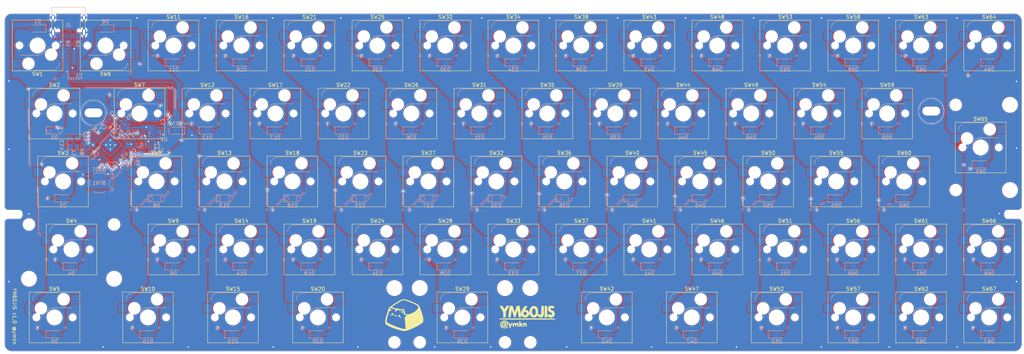
<source format=kicad_pcb>
(kicad_pcb (version 20221018) (generator pcbnew)
  (title_block (title "YM60JIS PCB") (date "2023-11-11") (rev "v1.0") (company "@ymkn"))
  (layers (0 "F.Cu" signal) (31 "B.Cu" signal) (34 "B.Paste" user) (35 "F.Paste" user) (36 "B.SilkS" user "B.Silkscreen") (37 "F.SilkS" user "F.Silkscreen") (38 "B.Mask" user) (39 "F.Mask" user) (44 "Edge.Cuts" user))
  (net 0 "")
  (net 1 "ROW0")
  (net 2 "Net-(D1-A)")
  (net 3 "Net-(D2-A)")
  (net 4 "Net-(D3-A)")
  (net 5 "Net-(D4-A)")
  (net 6 "Net-(D5-A)")
  (net 7 "ROW1")
  (net 8 "Net-(D6-A)")
  (net 9 "Net-(D7-A)")
  (net 10 "Net-(D8-A)")
  (net 11 "Net-(D9-A)")
  (net 12 "ROW2")
  (net 13 "Net-(D10-A)")
  (net 14 "Net-(D11-A)")
  (net 15 "Net-(D12-A)")
  (net 16 "Net-(D13-A)")
  (net 17 "ROW3")
  (net 18 "Net-(D14-A)")
  (net 19 "Net-(D15-A)")
  (net 20 "Net-(D16-A)")
  (net 21 "Net-(D17-A)")
  (net 22 "ROW4")
  (net 23 "Net-(D18-A)")
  (net 24 "Net-(D19-A)")
  (net 25 "Net-(D20-A)")
  (net 26 "GND")
  (net 27 "Net-(J1-CC1)")
  (net 29 "Net-(J1-CC2)")
  (net 31 "BOOT")
  (net 32 "+3V3")
  (net 33 "XIN")
  (net 34 "XOUT")
  (net 35 "+1V1")
  (net 36 "QSPI_SD3")
  (net 37 "QSPI_SCLK")
  (net 38 "QSPI_SD0")
  (net 39 "QSPI_SD2")
  (net 40 "QSPI_SD1")
  (net 41 "QSPI_SS")
  (net 42 "COL0")
  (net 43 "COL1")
  (net 44 "COL2")
  (net 45 "COL3")
  (net 46 "COL4")
  (net 47 "+5V")
  (net 48 "USB_D+")
  (net 49 "USB_D-")
  (net 50 "Net-(U3-USB_DP)")
  (net 51 "Net-(U3-USB_DM)")
  (net 64 "Net-(C15-Pad2)")
  (net 65 "Net-(D21-A)")
  (net 66 "Net-(D22-A)")
  (net 67 "Net-(D23-A)")
  (net 68 "Net-(D24-A)")
  (net 69 "Net-(D25-A)")
  (net 70 "Net-(D26-A)")
  (net 71 "Net-(D27-A)")
  (net 72 "Net-(D28-A)")
  (net 73 "Net-(D29-A)")
  (net 74 "Net-(D30-A)")
  (net 75 "Net-(D31-A)")
  (net 76 "Net-(D32-A)")
  (net 77 "Net-(D33-A)")
  (net 78 "Net-(D34-A)")
  (net 79 "Net-(D35-A)")
  (net 80 "Net-(D36-A)")
  (net 81 "Net-(D37-A)")
  (net 82 "Net-(D38-A)")
  (net 83 "Net-(D39-A)")
  (net 84 "Net-(D40-A)")
  (net 85 "Net-(D41-A)")
  (net 86 "Net-(D42-A)")
  (net 87 "Net-(D43-A)")
  (net 88 "Net-(D44-A)")
  (net 89 "Net-(D45-A)")
  (net 90 "Net-(D46-A)")
  (net 91 "Net-(D47-A)")
  (net 92 "Net-(D48-A)")
  (net 93 "Net-(D49-A)")
  (net 94 "Net-(D50-A)")
  (net 95 "Net-(D51-A)")
  (net 96 "Net-(D52-A)")
  (net 97 "Net-(D53-A)")
  (net 98 "Net-(D54-A)")
  (net 99 "Net-(D55-A)")
  (net 100 "Net-(D56-A)")
  (net 101 "Net-(D57-A)")
  (net 102 "Net-(D58-A)")
  (net 103 "Net-(D59-A)")
  (net 104 "Net-(D60-A)")
  (net 105 "Net-(D61-A)")
  (net 106 "Net-(D62-A)")
  (net 107 "Net-(D63-A)")
  (net 108 "Net-(D64-A)")
  (net 109 "Net-(D65-A)")
  (net 110 "Net-(D66-A)")
  (net 111 "Net-(D67-A)")
  (net 112 "COL5")
  (net 113 "COL6")
  (net 114 "COL7")
  (net 115 "COL8")
  (net 116 "COL9")
  (net 117 "COL10")
  (net 118 "COL11")
  (net 119 "COL12")
  (net 120 "COL13")
  (footprint "PCM_Switch_Keyboard_Hotswap_Kailh:SW_Hotswap_Kailh_MX_1.00u" (layer "F.Cu") (at 200.025 114.3)
    (fp_text reference "SW24")
    (fp_text value "SW_Push")
  )
  (footprint "PCM_Switch_Keyboard_Hotswap_Kailh:SW_Hotswap_Kailh_MX_3.00u" (layer "F.Cu") (at 223.8375 133.35)
    (fp_text reference "SW29")
    (fp_text value "Space")
  )
  (footprint "PCM_Switch_Keyboard_Hotswap_Kailh:SW_Hotswap_Kailh_MX_1.00u" (layer "F.Cu") (at 157.1625 95.25)
    (fp_text reference "SW13")
    (fp_text value "SW_Push")
  )
  (footprint "PCM_Switch_Keyboard_Hotswap_Kailh:SW_Hotswap_Kailh_MX_1.00u" (layer "F.Cu") (at 323.85 76.2)
    (fp_text reference "SW54")
    (fp_text value "SW_Push")
  )
  (footprint "PCM_Switch_Keyboard_Hotswap_Kailh:SW_Hotswap_Kailh_MX_1.00u" (layer "F.Cu") (at 209.55 76.2)
    (fp_text reference "SW26")
    (fp_text value "SW_Push")
  )
  (footprint "PCM_Switch_Keyboard_Hotswap_Kailh:SW_Hotswap_Kailh_MX_1.00u" (layer "F.Cu") (at 276.225 114.3)
    (fp_text reference "SW41")
    (fp_text value "SW_Push")
  )
  (footprint "PCM_Switch_Keyboard_Hotswap_Kailh:SW_Hotswap_Kailh_MX_1.00u" (layer "F.Cu") (at 161.925 57.15)
    (fp_text reference "SW16")
    (fp_text value "SW_Push")
  )
  (footprint "hole:PKRH" (layer "F.Cu") (at 120.45 76.025)
    (fp_text reference "" hide)
    (fp_text value "" hide)
  )
  (footprint "PCM_Switch_Keyboard_Hotswap_Kailh:SW_Hotswap_Kailh_MX_1.00u" (layer "F.Cu") (at 238.125 114.3)
    (fp_text reference "SW33")
    (fp_text value "SW_Push")
  )
  (footprint "PCM_Switch_Keyboard_Hotswap_Kailh:SW_Hotswap_Kailh_MX_1.25u" (layer "F.Cu") (at 159.54375 133.35)
    (fp_text reference "SW15")
    (fp_text value "SW_Push")
  )
  (footprint "logo:ym60jis_logo_icononly" (layer "F.Cu") (at 207.384042 132.626416)
    (fp_text reference "G***" hide)
    (fp_text value "LOGO" hide)
  )
  (footprint "PCM_Switch_Keyboard_Hotswap_Kailh:SW_Hotswap_Kailh_MX_1.00u" (layer "F.Cu") (at 200.025 57.15)
    (fp_text reference "SW25")
    (fp_text value "SW_Push")
  )
  (footprint "PCM_Mounting_Keyboard_Stabilizer:Stabilizer_Cherry_MX_2.00u" (layer "F.Cu") (at 369.09375 85.725 90)
    (fp_text reference "REF**" hide)
    (fp_text value "Stabilizer_Cherry_MX_2.00u")
  )
  (footprint "hole:PKRH" (layer "F.Cu") (at 355.25 75.525)
    (fp_text reference "" hide)
    (fp_text value ">VALUE" hide)
  )
  (footprint "logo:ym60jis_logo_ym60jis_only" (layer "F.Cu") (at 242.05 132.525)
    (fp_text reference "G***" hide)
    (fp_text value "LOGO" hide)
  )
  (footprint "PCM_Switch_Keyboard_Hotswap_Kailh:SW_Hotswap_Kailh_MX_1.00u" (layer "F.Cu") (at 152.4 76.2)
    (fp_text reference "SW12")
    (fp_text value "SW_Push")
  )
  (footprint "PCM_Switch_Keyboard_Hotswap_Kailh:SW_Hotswap_Kailh_MX_1.25u" (layer "F.Cu") (at 135.73125 133.35)
    (fp_text reference "SW10")
    (fp_text value "SW_Push")
  )
  (footprint "PCM_Switch_Keyboard_Hotswap_Kailh:SW_Hotswap_Kailh_MX_1.00u" (layer "F.Cu") (at 176.2125 95.25)
    (fp_text reference "SW18")
    (fp_text value "SW_Push")
  )
  (footprint "PCM_Switch_Keyboard_Hotswap_Kailh:SW_Hotswap_Kailh_MX_1.00u" (layer "F.Cu") (at 180.975 57.15)
    (fp_text reference "SW21")
    (fp_text value "SW_Push")
  )
  (footprint "PCM_Mounting_Keyboard_Stabilizer:Stabilizer_Cherry_MX_3.00u" (layer "F.Cu") (at 223.8375 133.35 180)
    (fp_text reference "REF**" hide)
    (fp_text value "Stabilizer_Cherry_MX_3.00u")
  )
  (footprint "PCM_Switch_Keyboard_Hotswap_Kailh:SW_Hotswap_Kailh_MX_1.50u" (layer "F.Cu") (at 109.5375 133.35)
    (fp_text reference "SW5")
    (fp_text value "SW_Push")
  )
  (footprint "PCM_Switch_Keyboard_Hotswap_Kailh:SW_Hotswap_Kailh_MX_1.00u" (layer "F.Cu") (at 219.075 114.3)
    (fp_text reference "SW28")
    (fp_text value "SW_Push")
  )
  (footprint "PCM_Switch_Keyboard_Hotswap_Kailh:SW_Hotswap_Kailh_MX_1.75u" (layer "F.Cu") (at 111.91875 95.25)
    (fp_text reference "SW3")
    (fp_text value "SW_Push")
  )
  (footprint "PCM_Switch_Keyboard_Hotswap_Kailh:SW_Hotswap_Kailh_MX_1.00u" (layer "F.Cu") (at 271.4625 95.25)
    (fp_text reference "SW40")
    (fp_text value "SW_Push")
  )
  (footprint "PCM_Switch_Keyboard_Hotswap_Kailh:SW_Hotswap_Kailh_MX_1.25u" (layer "F.Cu") (at 288.13125 133.35)
    (fp_text reference "SW47")
    (fp_text value "SW_Push")
  )
  (footprint "PCM_Switch_Keyboard_Hotswap_Kailh:SW_Hotswap_Kailh_MX_1.00u" (layer "F.Cu") (at 180.975 114.3)
    (fp_text reference "SW19")
    (fp_text value "SW_Push")
  )
  (footprint "PCM_Switch_Keyboard_Hotswap_Kailh:SW_Hotswap_Kailh_MX_1.00u" (layer "F.Cu") (at 371.475 114.3)
    (fp_text reference "SW66")
    (fp_text value "SW_Push")
  )
  (footprint "PCM_Switch_Keyboard_Hotswap_Kailh:SW_Hotswap_Kailh_MX_1.00u" (layer "F.Cu") (at 252.4125 95.25)
    (fp_text reference "SW36")
    (fp_text value "SW_Push")
  )
  (footprint "PCM_Switch_Keyboard_Hotswap_Kailh:SW_Hotswap_Kailh_MX_1.00u" (layer "F.Cu") (at 328.6125 95.25)
    (fp_text reference "SW55")
    (fp_text value "SW_Push")
  )
  (footprint "PCM_Switch_Keyboard_Hotswap_Kailh:SW_Hotswap_Kailh_MX_1.00u" (layer "F.Cu") (at 123.825 57.15 180)
    (fp_text reference "SW6")
    (fp_text value "SW_Push")
  )
  (footprint "PCM_Switch_Keyboard_Hotswap_Kailh:SW_Hotswap_Kailh_MX_1.00u" (layer "F.Cu") (at 247.65 76.2)
    (fp_text reference "SW35")
    (fp_text value "SW_Push")
  )
  (footprint "PCM_Switch_Keyboard_Hotswap_Kailh:SW_Hotswap_Kailh_MX_1.00u" (layer "F.Cu") (at 276.225 57.15)
    (fp_text reference "SW43")
    (fp_text value "SW_Push")
  )
  (footprint "PCM_Switch_Keyboard_Hotswap_Kailh:SW_Hotswap_Kailh_MX_1.00u" (layer "F.Cu") (at 171.45 76.2)
    (fp_text reference "SW17")
    (fp_text value "SW_Push")
  )
  (footprint "PCM_Switch_Keyboard_Hotswap_Kailh:SW_Hotswap_Kailh_MX_1.25u" (layer "F.Cu") (at 311.94375 133.35)
    (fp_text reference "SW52")
    (fp_text value "SW_Push")
  )
  (footprint "PCM_Switch_Keyboard_Hotswap_Kailh:SW_Hotswap_Kailh_MX_1.00u" (layer "F.Cu") (at 342.9 76.2)
    (fp_text reference "SW59")
    (fp_text value "SW_Push")
  )
  (footprint "PCM_Switch_Keyboard_Hotswap_Kailh:SW_Hotswap_Kailh_MX_1.00u" (layer "F.Cu") (at 219.075 57.15)
    (fp_text reference "SW30")
    (fp_text value "SW_Push")
  )
  (footprint "PCM_Switch_Keyboard_Hotswap_Kailh:SW_Hotswap_Kailh_MX_2.00u" (layer "F.Cu") (at 114.3 114.3)
    (fp_text reference "SW4")
    (fp_text value "SW_Push")
  )
  (footprint "PCM_Switch_Keyboard_Hotswap_Kailh:SW_Hotswap_Kailh_MX_1.50u" (layer "F.Cu") (at 109.5375 76.2)
    (fp_text reference "SW2")
    (fp_text value "SW_Push")
  )
  (footprint "PCM_Switch_Keyboard_Hotswap_Kailh:SW_Hotswap_Kailh_MX_1.00u" (layer "F.Cu") (at 333.375 57.15)
    (fp_text reference "SW58")
    (fp_text value "SW_Push")
  )
  (footprint "PCM_Switch_Keyboard_Hotswap_Kailh:SW_Hotswap_Kailh_MX_1.00u" (layer "F.Cu") (at 257.175 57.15)
    (fp_text reference "SW38")
    (fp_text value "SW_Push")
  )
  (footprint "PCM_Switch_Keyboard_Hotswap_Kailh:SW_Hotswap_Kailh_MX_1.00u" (layer "F.Cu") (at 161.925 114.3)
    (fp_text reference "SW14")
    (fp_text value "SW_Push")
  )
  (footprint "PCM_Switch_Keyboard_Hotswap_Kailh:SW_Hotswap_Kailh_MX_1.00u" (layer "F.Cu") (at 142.875 114.3)
    (fp_text reference "SW9")
    (fp_text value "SW_Push")
  )
  (footprint "PCM_Switch_Keyboard_Hotswap_Kailh:SW_Hotswap_Kailh_MX_1.00u" (layer "F.Cu") (at 133.35 76.2)
    (fp_text reference "SW7")
    (fp_text value "SW_Push")
  )
  (footprint "PCM_Switch_Keyboard_Hotswap_Kailh:SW_Hotswap_Kailh_MX_ISOEnter" (layer "F.Cu") (at 369.09375 85.725)
    (fp_text reference "SW65")
    (fp_text value "ISOEnter")
  )
  (footprint "PCM_Switch_Keyboard_Hotswap_Kailh:SW_Hotswap_Kailh_MX_1.00u" (layer "F.Cu") (at 238.125 57.15)
    (fp_text reference "SW34")
    (fp_text value "SW_Push")
  )
  (footprint "PCM_Switch_Keyboard_Hotswap_Kailh:SW_Hotswap_Kailh_MX_1.00u" (layer "F.Cu") (at 352.425 133.35)
    (fp_text reference "SW62")
    (fp_text value "SW_Push")
  )
  (footprint "PCM_Switch_Keyboard_Hotswap_Kailh:SW_Hotswap_Kailh_MX_1.00u" (layer "F.Cu") (at 190.5 76.2)
    (fp_text reference "SW22")
    (fp_text value "SW_Push")
  )
  (footprint "PCM_Switch_Keyboard_Hotswap_Kailh:SW_Hotswap_Kailh_MX_1.00u" (layer "F.Cu") (at 304.8 76.2)
    (fp_text reference "SW49")
    (fp_text value "SW_Push")
  )
  (footprint "PCM_Switch_Keyboard_Hotswap_Kailh:SW_Hotswap_Kailh_MX_1.00u" (layer "F.Cu") (at 257.175 114.3)
    (fp_text reference "SW37")
    (fp_text value "SW_Push")
  )
  (footprint "PCM_Switch_Keyboard_Hotswap_Kailh:SW_Hotswap_Kailh_MX_1.00u" (layer "F.Cu") (at 104.775 57.15 180)
    (fp_text reference "SW1")
    (fp_text value "SW_Push")
  )
  (footprint "PCM_Switch_Keyboard_Hotswap_Kailh:SW_Hotswap_Kailh_MX_1.25u" (layer "F.Cu") (at 183.35625 133.35)
    (fp_text reference "SW20")
    (fp_text value "SW_Push")
  )
  (footprint "PCM_Switch_Keyboard_Hotswap_Kailh:SW_Hotswap_Kailh_MX_1.00u" (layer "F.Cu") (at 295.275 57.15)
    (fp_text reference "SW48")
    (fp_text value "SW_Push")
  )
  (footprint "PCM_Switch_Keyboard_Hotswap_Kailh:SW_Hotswap_Kailh_MX_1.00u" (layer "F.Cu") (at 295.275 114.3)
    (fp_text reference "SW46")
    (fp_text value "SW_Push")
  )
  (footprint "PCM_Switch_Keyboard_Hotswap_Kailh:SW_Hotswap_Kailh_MX_1.00u" (layer "F.Cu") (at 290.5125 95.25)
    (fp_text reference "SW45")
    (fp_text value "SW_Push")
  )
  (footprint "PCM_Switch_Keyboard_Hotswap_Kailh:SW_Hotswap_Kailh_MX_1.00u" (layer "F.Cu") (at 285.75 76.2)
    (fp_text reference "SW44")
    (fp_text value "SW_Push")
  )
  (footprint "PCM_Switch_Keyboard_Hotswap_Kailh:SW_Hotswap_Kailh_MX_1.00u" (layer "F.Cu") (at 352.425 114.3)
    (fp_text reference "SW61")
    (fp_text value "SW_Push")
  )
  (footprint "PCM_Switch_Keyboard_Hotswap_Kailh:SW_Hotswap_Kailh_MX_1.00u" (layer "F.Cu") (at 333.375 114.3)
    (fp_text reference "SW56")
    (fp_text value "SW_Push")
  )
  (footprint "PCM_Switch_Keyboard_Hotswap_Kailh:SW_Hotswap_Kailh_MX_1.00u" (layer "F.Cu") (at 309.5625 95.25)
    (fp_text reference "SW50")
    (fp_text value "SW_Push")
  )
  (footprint "PCM_Switch_Keyboard_Hotswap_Kailh:SW_Hotswap_Kailh_MX_1.00u" (layer "F.Cu") (at 314.325 57.15)
    (fp_text reference "SW53")
    (fp_text value "SW_Push")
  )
  (footprint "PCM_Switch_Keyboard_Hotswap_Kailh:SW_Hotswap_Kailh_MX_1.00u" (layer "F.Cu") (at 228.6 76.2)
    (fp_text reference "SW31")
    (fp_text value "SW_Push")
  )
  (footprint "PCM_Switch_Keyboard_Hotswap_Kailh:SW_Hotswap_Kailh_MX_1.00u" (layer "F.Cu") (at 352.425 57.15)
    (fp_text reference "SW63")
    (fp_text value "Yen")
  )
  (footprint "PCM_Switch_Keyboard_Hotswap_Kailh:SW_Hotswap_Kailh_MX_1.00u" (layer "F.Cu") (at 233.3625 95.25)
    (fp_text reference "SW32")
    (fp_text value "SW_Push")
  )
  (footprint "PCM_Switch_Keyboard_Hotswap_Kailh:SW_Hotswap_Kailh_MX_1.25u" (layer "F.Cu") (at 264.31875 133.35)
    (fp_text reference "SW42")
    (fp_text value "SW_Push")
  )
  (footprint "PCM_Switch_Keyboard_Hotswap_Kailh:SW_Hotswap_Kailh_MX_1.00u" (layer "F.Cu") (at 138.1125 95.25)
    (fp_text reference "SW8")
    (fp_text value "SW_Push")
  )
  (footprint "PCM_Mounting_Keyboard_Stabilizer:Stabilizer_Cherry_MX_2.00u" (layer "F.Cu") (at 114.3 114.3)
    (fp_text reference "REF**" hide)
    (fp_text value "Stabilizer_Cherry_MX_2.00u")
  )
  (footprint "PCM_Switch_Keyboard_Hotswap_Kailh:SW_Hotswap_Kailh_MX_1.00u" (layer "F.Cu") (at 142.875 57.15)
    (fp_text reference "SW11")
    (fp_text value "SW_Push")
  )
  (footprint "PCM_Switch_Keyboard_Hotswap_Kailh:SW_Hotswap_Kailh_MX_1.00u" (layer "F.Cu") (at 371.475 57.15)
    (fp_text reference "SW64")
    (fp_text value "Backspace")
  )
  (footprint "PCM_Mounting_Keyboard_Stabilizer:Stabilizer_Cherry_MX_2.00u" (layer "F.Cu") (at 223.8375 133.35 180)
    (fp_text reference "REF**" hide)
    (fp_text value "Stabilizer_Cherry_MX_2.00u")
  )
  (footprint "PCM_Switch_Keyboard_Hotswap_Kailh:SW_Hotswap_Kailh_MX_1.00u" (layer "F.Cu") (at 266.7 76.2)
    (fp_text reference "SW39")
    (fp_text value "SW_Push")
  )
  (footprint "PCM_Switch_Keyboard_Hotswap_Kailh:SW_Hotswap_Kailh_MX_1.00u" (layer "F.Cu") (at 347.6625 95.25)
    (fp_text reference "SW60")
    (fp_text value "SW_Push")
  )
  (footprint "PCM_Switch_Keyboard_Hotswap_Kailh:SW_Hotswap_Kailh_MX_1.00u" (layer "F.Cu") (at 314.325 114.3)
    (fp_text reference "SW51")
    (fp_text value "SW_Push")
  )
  (footprint "PCM_Switch_Keyboard_Hotswap_Kailh:SW_Hotswap_Kailh_MX_1.00u" (layer "F.Cu") (at 195.2625 95.25)
    (fp_text reference "SW23")
    (fp_text value "SW_Push")
  )
  (footprint "PCM_Switch_Keyboard_Hotswap_Kailh:SW_Hotswap_Kailh_MX_1.00u" (layer "F.Cu") (at 214.3125 95.25)
    (fp_text reference "SW27")
    (fp_text value "SW_Push")
  )
  (footprint "PCM_Switch_Keyboard_Hotswap_Kailh:SW_Hotswap_Kailh_MX_1.00u" (layer "F.Cu") (at 371.475 133.35)
    (fp_text reference "SW67")
    (fp_text value "SW_Push")
  )
  (footprint "PCM_Switch_Keyboard_Hotswap_Kailh:SW_Hotswap_Kailh_MX_1.00u" (layer "F.Cu") (at 333.375 133.35)
    (fp_text reference "SW57")
    (fp_text value "SW_Push")
  )
  (footprint "Capacitor_SMD:C_0402_1005Metric" (layer "B.Cu") (at 119.65 86.025 135)
    (fp_text reference "C3")
    (fp_text value "100nF")
  )
  (footprint "Diode_SMD:D_SOD-123" (layer "B.Cu") (at 295.275 119.0625)
    (fp_text reference "D46")
    (fp_text value "1N4148W")
  )
  (footprint "Resistor_SMD:R_0402_1005Metric" (layer "B.Cu") (at 117.15 85.025 -90)
    (fp_text reference "R8")
    (fp_text value "1K")
  )
  (footprint "Diode_SMD:D_SOD-123" (layer "B.Cu") (at 171.45 80.9625)
    (fp_text reference "D17")
    (fp_text value "1N4148W")
  )
  (footprint "Diode_SMD:D_SOD-123" (layer "B.Cu") (at 219.075 61.9125)
    (fp_text reference "D30")
    (fp_text value "1N4148W")
  )
  (footprint "Diode_SMD:D_SOD-123" (layer "B.Cu") (at 180.975 119.0625)
    (fp_text reference "D19")
    (fp_text value "1N4148W")
  )
  (footprint "Crystal:Crystal_SMD_3225-4Pin_3.2x2.5mm" (layer "B.Cu") (at 114.95 84.325 90)
    (fp_text reference "Y1")
    (fp_text value "X322512MSB4SI")
  )
  (footprint "Capacitor_SMD:C_0402_1005Metric" (layer "B.Cu") (at 136.25 86.125 180)
    (fp_text reference "C13")
    (fp_text value "100nF")
  )
  (footprint "Diode_SMD:D_SOD-123" (layer "B.Cu") (at 276.225 119.0625)
    (fp_text reference "D41")
    (fp_text value "1N4148W")
  )
  (footprint "Resistor_SMD:R_0402_1005Metric" (layer "B.Cu") (at 115.05 56.625 90)
    (fp_text reference "R3")
    (fp_text value "5.1K")
  )
  (footprint "Package_TO_SOT_SMD:SOT-23-3" (layer "B.Cu") (at 137.65 81.925 90)
    (fp_text reference "U1")
    (fp_text value "XC6206P332MR")
  )
  (footprint "Diode_SMD:D_SOD-123" (layer "B.Cu") (at 304.8 80.9625)
    (fp_text reference "D49")
    (fp_text value "1N4148W")
  )
  (footprint "Capacitor_SMD:C_0402_1005Metric" (layer "B.Cu") (at 117.15 83.125 -90)
    (fp_text reference "C15")
    (fp_text value "20pF")
  )
  (footprint "Capacitor_SMD:C_0402_1005Metric" (layer "B.Cu") (at 139.95 80.525 -90)
    (fp_text reference "C1")
    (fp_text value "10uF")
  )
  (footprint "Diode_SMD:D_SOD-123" (layer "B.Cu") (at 369.09375 90.4875)
    (fp_text reference "D65")
    (fp_text value "1N4148W")
  )
  (footprint "Diode_SMD:D_SOD-123" (layer "B.Cu") (at 371.475 138.1125)
    (fp_text reference "D67")
    (fp_text value "1N4148W")
  )
  (footprint "Diode_SMD:D_SOD-123" (layer "B.Cu") (at 314.325 61.9125)
    (fp_text reference "D53")
    (fp_text value "1N4148W")
  )
  (footprint "Diode_SMD:D_SOD-123" (layer "B.Cu") (at 295.275 61.9125)
    (fp_text reference "D48")
    (fp_text value "1N4148W")
  )
  (footprint "Diode_SMD:D_SOD-123" (layer "B.Cu") (at 288.13125 138.1125)
    (fp_text reference "D47")
    (fp_text value "1N4148W")
  )
  (footprint "Diode_SMD:D_SOD-123" (layer "B.Cu") (at 181.05 61.9125)
    (fp_text reference "D21")
    (fp_text value "1N4148W")
  )
  (footprint "Diode_SMD:D_SOD-123" (layer "B.Cu") (at 233.3625 100.0125)
    (fp_text reference "D32")
    (fp_text value "1N4148W")
  )
  (footprint "Diode_SMD:D_SOD-123" (layer "B.Cu") (at 238.125 61.9125)
    (fp_text reference "D34")
    (fp_text value "1N4148W")
  )
  (footprint "Resistor_SMD:R_0603_1608Metric" (layer "B.Cu") (at 128.65 78.725 -135)
    (fp_text reference "R5")
    (fp_text value "27")
  )
  (footprint "Diode_SMD:D_SOD-123" (layer "B.Cu") (at 257.175 61.9125)
    (fp_text reference "D38")
    (fp_text value "1N4148W")
  )
  (footprint "Diode_SMD:D_SOD-123" (layer "B.Cu") (at 209.55 80.9625)
    (fp_text reference "D26")
    (fp_text value "1N4148W")
  )
  (footprint "Diode_SMD:D_SOD-123" (layer "B.Cu") (at 309.5625 100.0125)
    (fp_text reference "D50")
    (fp_text value "1N4148W")
  )
  (footprint "Diode_SMD:D_SOD-123" (layer "B.Cu") (at 223.8375 138.1125)
    (fp_text reference "D29")
    (fp_text value "1N4148W")
  )
  (footprint "Diode_SMD:D_SOD-123" (layer "B.Cu") (at 247.65 80.9625)
    (fp_text reference "D35")
    (fp_text value "1N4148W")
  )
  (footprint "Diode_SMD:D_SOD-123" (layer "B.Cu") (at 264.31875 138.1125)
    (fp_text reference "D42")
    (fp_text value "1N4148W")
  )
  (footprint "Diode_SMD:D_SOD-123" (layer "B.Cu") (at 352.425 61.9125)
    (fp_text reference "D63")
    (fp_text value "1N4148W")
  )
  (footprint "Diode_SMD:D_SOD-123" (layer "B.Cu") (at 200.025 119.0625)
    (fp_text reference "D24")
    (fp_text value "1N4148W")
  )
  (footprint "Diode_SMD:D_SOD-123" (layer "B.Cu") (at 342.9 80.9625)
    (fp_text reference "D59")
    (fp_text value "1N4148W")
  )
  (footprint "Capacitor_SMD:C_0402_1005Metric" (layer "B.Cu") (at 123.95 79.025 135)
    (fp_text reference "C9")
    (fp_text value "100nF")
  )
  (footprint "Diode_SMD:D_SOD-123" (layer "B.Cu") (at 285.75 80.9625)
    (fp_text reference "D44")
    (fp_text value "1N4148W")
  )
  (footprint "Diode_SMD:D_SOD-123" (layer "B.Cu") (at 114.3 119.0625)
    (fp_text reference "D4")
    (fp_text value "1N4148W")
  )
  (footprint "Diode_SMD:D_SOD-123" (layer "B.Cu") (at 195.2625 100.0125)
    (fp_text reference "D23")
    (fp_text value "1N4148W")
  )
  (footprint "Capacitor_SMD:C_0402_1005Metric" (layer "B.Cu") (at 124.65 78.325 135)
    (fp_text reference "C10")
    (fp_text value "100nF")
  )
  (footprint "Diode_SMD:D_SOD-123" (layer "B.Cu") (at 161.925 119.0625)
    (fp_text reference "D14")
    (fp_text value "1N4148W")
  )
  (footprint "Capacitor_SMD:C_0402_1005Metric" (layer "B.Cu") (at 127.35 78.225 45)
    (fp_text reference "C11")
    (fp_text value "1uF")
  )
  (footprint "Diode_SMD:D_SOD-123" (layer "B.Cu") (at 352.425 119.0625)
    (fp_text reference "D61")
    (fp_text value "1N4148W")
  )
  (footprint "Diode_SMD:D_SOD-123" (layer "B.Cu") (at 104.775 52.3875 180)
    (fp_text reference "D1")
    (fp_text value "1N4148W")
  )
  (footprint "Diode_SMD:D_SOD-123" (layer "B.Cu") (at 328.6125 100.0125)
    (fp_text reference "D55")
    (fp_text value "1N4148W")
  )
  (footprint "Diode_SMD:D_SOD-123" (layer "B.Cu") (at 371.475 61.9125)
    (fp_text reference "D64")
    (fp_text value "1N4148W")
  )
  (footprint "Capacitor_SMD:C_0402_1005Metric" (layer "B.Cu") (at 136.25 85.125 180)
    (fp_text reference "C2")
    (fp_text value "10uF")
  )
  (footprint "Resistor_SMD:R_0402_1005Metric" (layer "B.Cu") (at 131.85 88.425 -90)
    (fp_text reference "R6")
    (fp_text value "1KΩ")
  )
  (footprint "Resistor_SMD:R_0402_1005Metric" (layer "B.Cu") (at 136.25 87.125)
    (fp_text reference "R7")
    (fp_text value "10kΩ")
  )
  (footprint "Diode_SMD:D_SOD-123" (layer "B.Cu") (at 157.1625 100.0125)
    (fp_text reference "D13")
    (fp_text value "1N4148W")
  )
  (footprint "Diode_SMD:D_SOD-123" (layer "B.Cu") (at 109.5375 138.1125)
    (fp_text reference "D5")
    (fp_text value "1N4148W")
  )
  (footprint "Diode_SMD:D_SOD-123" (layer "B.Cu") (at 333.375 119.0625)
    (fp_text reference "D56")
    (fp_text value "1N4148W")
  )
  (footprint "Diode_SMD:D_SOD-123" (layer "B.Cu") (at 161.925 61.9125)
    (fp_text reference "D16")
    (fp_text value "1N4148W")
  )
  (footprint "Diode_SMD:D_SOD-123" (layer "B.Cu") (at 183.35625 138.1125)
    (fp_text reference "D20")
    (fp_text value "1N4148W")
  )
  (footprint "Diode_SMD:D_SOD-123" (layer "B.Cu") (at 111.91875 100.0125)
    (fp_text reference "D3")
    (fp_text value "1N4148W")
  )
  (footprint "Capacitor_SMD:C_0402_1005Metric" (layer "B.Cu") (at 131.15 80.425 45)
    (fp_text reference "C16")
    (fp_text value "100nF")
  )
  (footprint "Resistor_SMD:R_0603_1608Metric" (layer "B.Cu") (at 129.75 79.825 -135)
    (fp_text reference "R4")
    (fp_text value "27")
  )
  (footprint "Diode_SMD:D_SOD-123" (layer "B.Cu") (at 252.4125 100.0125)
    (fp_text reference "D36")
    (fp_text value "1N4148W")
  )
  (footprint "Diode_SMD:D_SOD-123" (layer "B.Cu") (at 138.1125 100.0125)
    (fp_text reference "D8")
    (fp_text value "1N4148W")
  )
  (footprint "Diode_SMD:D_SOD-123" (layer "B.Cu") (at 257.175 119.0625)
    (fp_text reference "D37")
    (fp_text value "1N4148W")
  )
  (footprint "Diode_SMD:D_SOD-123" (layer "B.Cu") (at 266.7 80.9625)
    (fp_text reference "D39")
    (fp_text value "1N4148W")
  )
  (footprint "Connector_USB:USB_C_Receptacle_HRO_TYPE-C-31-M-12" (layer "B.Cu") (at 113.45 50.345)
    (fp_text reference "J1")
    (fp_text value "TYPE-C-31-M-12")
  )
  (footprint "W25Q16JVUXIQ:W25Q16JVUXIQ_WIN" (layer "B.Cu") (at 133.95 85.125 90)
    (fp_text reference "U4")
    (fp_text value "W25Q16JVUXIQ")
  )
  (footprint "Diode_SMD:D_SOD-123" (layer "B.Cu") (at 314.325 119.0625)
    (fp_text reference "D51")
    (fp_text value "1N4148W")
  )
  (footprint "Diode_SMD:D_SOD-123" (layer "B.Cu") (at 159.54375 138.1125)
    (fp_text reference "D15")
    (fp_text value "1N4148W")
  )
  (footprint "Resistor_SMD:R_0402_1005Metric" (layer "B.Cu") (at 112.25 56.625 -90)
    (fp_text reference "R1")
    (fp_text value "5.1K")
  )
  (footprint "Diode_SMD:D_SOD-123" (layer "B.Cu") (at 371.475 119.0625)
    (fp_text reference "D66")
    (fp_text value "1N4148W")
  )
  (footprint "Capacitor_SMD:C_0402_1005Metric" (layer "B.Cu") (at 120.35 81.625 135)
    (fp_text reference "C8")
    (fp_text value "100nF")
  )
  (footprint "Diode_SMD:D_SOD-123" (layer "B.Cu") (at 323.85 80.9625)
    (fp_text reference "D54")
    (fp_text value "1N4148W")
  )
  (footprint "Capacitor_SMD:C_0402_1005Metric" (layer "B.Cu") (at 130.75 86.025 45)
    (fp_text reference "C5")
    (fp_text value "100nF")
  )
  (footprint "Diode_SMD:D_SOD-123" (layer "B.Cu") (at 214.3125 100.0125)
    (fp_text reference "D27")
    (fp_text value "1N4148W")
  )
  (footprint "Capacitor_SMD:C_0402_1005Metric" (layer "B.Cu") (at 112.75 85.025 -90)
    (fp_text reference "C14")
    (fp_text value "20pF")
  )
  (footprint "Diode_SMD:D_SOD-123" (layer "B.Cu") (at 271.4625 100.0125)
    (fp_text reference "D40")
    (fp_text value "1N4148W")
  )
  (footprint "Diode_SMD:D_SOD-123" (layer "B.Cu") (at 135.73125 138.1125)
    (fp_text reference "D10")
    (fp_text value "1N4148W")
  )
  (footprint "Package_DFN_QFN:QFN-56-1EP_7x7mm_P0.4mm_EP3.2x3.2mm" (layer "B.Cu") (at 125.2 85 135)
    (fp_text reference "U3")
    (fp_text value "RP2040")
  )
  (footprint "SMF05CT1G:SOT-363-6_2P2X1P35_ONS" (layer "B.Cu") (at 114.55 65.725 -90)
    (fp_text reference "U2")
    (fp_text value "SMF05CT1G")
  )
  (footprint "Diode_SMD:D_SOD-123" (layer "B.Cu") (at 142.875 119.0625)
    (fp_text reference "D9")
    (fp_text value "1N4148W")
  )
  (footprint "Diode_SMD:D_SOD-123" (layer "B.Cu") (at 333.375 138.1125)
    (fp_text reference "D57")
    (fp_text value "1N4148W")
  )
  (footprint "Diode_SMD:D_SOD-123" (layer "B.Cu") (at 228.6 80.9625)
    (fp_text reference "D31")
    (fp_text value "1N4148W")
  )
  (footprint "Diode_SMD:D_SOD-123" (layer "B.Cu") (at 347.6625 100.0125)
    (fp_text reference "D60")
    (fp_text value "1N4148W")
  )
  (footprint "Capacitor_SMD:C_0402_1005Metric" (layer "B.Cu") (at 134.35 81.625)
    (fp_text reference "C4")
    (fp_text value "100nF")
  )
  (footprint "Diode_SMD:D_SOD-123" (layer "B.Cu") (at 152.4 80.9625)
    (fp_text reference "D12")
    (fp_text value "1N4148W")
  )
  (footprint "Diode_SMD:D_SOD-123" (layer "B.Cu") (at 109.5375 80.9625)
    (fp_text reference "D2")
    (fp_text value "1N4148W")
  )
  (footprint "Diode_SMD:D_SOD-123" (layer "B.Cu") (at 219.075 119.0625)
    (fp_text reference "D28")
    (fp_text value "1N4148W")
  )
  (footprint "Diode_SMD:D_SOD-123" (layer "B.Cu") (at 142.875 61.9125)
    (fp_text reference "D11")
    (fp_text value "1N4148W")
  )
  (footprint "Diode_SMD:D_SOD-123" (layer "B.Cu") (at 200.025 61.9125)
    (fp_text reference "D25")
    (fp_text value "1N4148W")
  )
  (footprint "Diode_SMD:D_SOD-123" (layer "B.Cu") (at 352.425 138.1125)
    (fp_text reference "D62")
    (fp_text value "1N4148W")
  )
  (footprint "Diode_SMD:D_SOD-123" (layer "B.Cu") (at 123.825 52.3875 180)
    (fp_text reference "D6")
    (fp_text value "1N4148W")
  )
  (footprint "Diode_SMD:D_SOD-123" (layer "B.Cu") (at 311.94375 138.1125)
    (fp_text reference "D52")
    (fp_text value "1N4148W")
  )
  (footprint "Capacitor_SMD:C_0402_1005Metric" (layer "B.Cu") (at 118.95 86.725 135)
    (fp_text reference "C7")
    (fp_text value "100nF")
  )
  (footprint "Capacitor_SMD:C_0402_1005Metric" (layer "B.Cu") (at 125.35 77.625 135)
    (fp_text reference "C12")
    (fp_text value "1uF")
  )
  (footprint "Diode_SMD:D_SOD-123" (layer "B.Cu") (at 333.375 61.9125)
    (fp_text reference "D58")
    (fp_text value "1N4148W")
  )
  (footprint "Diode_SMD:D_SOD-123" (layer "B.Cu") (at 276.225 61.9125)
    (fp_text reference "D43")
    (fp_text value "1N4148W")
  )
  (footprint "Diode_SMD:D_SOD-123" (layer "B.Cu") (at 190.5 80.9625)
    (fp_text reference "D22")
    (fp_text value "1N4148W")
  )
  (footprint "Diode_SMD:D_SOD-123" (layer "B.Cu") (at 176.2125 100.0125)
    (fp_text reference "D18")
    (fp_text value "1N4148W")
  )
  (footprint "Capacitor_SMD:C_0402_1005Metric" (layer "B.Cu") (at 127.65 90.525 -90)
    (fp_text reference "C6")
    (fp_text value "100nF")
  )
  (footprint "Button_Switch_SMD:SW_Push_1P1T_XKB_TS-1187A" (layer "B.Cu") (at 122.15 95.625 180)
    (fp_text reference "BTN1")
    (fp_text value "TS-1187A-B-A-B")
  )
  (footprint "Capacitor_SMD:C_0402_1005Metric" (layer "B.Cu") (at 132.55 80.425 45)
    (fp_text reference "C17")
    (fp_text value "100nF")
  )
  (footprint "Diode_SMD:D_SOD-123" (layer "B.Cu") (at 290.5125 100.0125)
    (fp_text reference "D45")
    (fp_text value "1N4148W")
  )
  (footprint "Diode_SMD:D_SOD-123" (layer "B.Cu") (at 238.125 119.0625)
    (fp_text reference "D33")
    (fp_text value "1N4148W")
  )
  (footprint "Diode_SMD:D_SOD-123" (layer "B.Cu") (at 143.65 81.025 180)
    (fp_text reference "D7")
    (fp_text value "1N4148W")
  )
  (gr_line locked (start 380.6 140.825) (end 380.6 106.725) (stroke (width 0.1)) (layer "Edge.Cuts"))
  (gr_arc locked (start 376.7 105.725) (mid 375.992894 105.432107) (end 375.7 104.725) (stroke (width 0.1)) (layer "Edge.Cuts"))
  (gr_line locked (start 97.55 142.825) (end 378.6 142.825) (stroke (width 0.1)) (layer "Edge.Cuts"))
  (gr_line locked (start 379.6 105.725) (end 376.7 105.725) (stroke (width 0.1)) (layer "Edge.Cuts"))
  (gr_arc locked (start 97.55 142.825) (mid 96.135786 142.239214) (end 95.55 140.825) (stroke (width 0.1)) (layer "Edge.Cuts"))
  (gr_arc locked (start 95.55 50.225) (mid 96.135786 48.810786) (end 97.55 48.225) (stroke (width 0.1)) (layer "Edge.Cuts"))
  (gr_arc locked (start 379.6 105.725) (mid 380.307106 106.017893) (end 380.6 106.725) (stroke (width 0.1)) (layer "Edge.Cuts"))
  (gr_arc (start 100.55 104.725) (mid 100.257107 105.432106) (end 99.55 105.725) (stroke (width 0.1)) (layer "Edge.Cuts"))
  (gr_line locked (start 380.6 102.225) (end 380.6 50.225) (stroke (width 0.1)) (layer "Edge.Cuts"))
  (gr_arc locked (start 378.6 48.225) (mid 380.014214 48.810786) (end 380.6 50.225) (stroke (width 0.1)) (layer "Edge.Cuts"))
  (gr_arc locked (start 96.55 103.225) (mid 95.842894 102.932107) (end 95.55 102.225) (stroke (width 0.1)) (layer "Edge.Cuts"))
  (gr_line (start 95.55 106.727107) (end 95.55 140.825) (stroke (width 0.1)) (layer "Edge.Cuts"))
  (gr_line (start 100.55 104.725) (end 100.55 104.225) (stroke (width 0.1)) (layer "Edge.Cuts"))
  (gr_line locked (start 96.55 103.225) (end 99.55 103.225) (stroke (width 0.1)) (layer "Edge.Cuts"))
  (gr_line locked (start 375.7 104.225) (end 375.7 104.725) (stroke (width 0.1)) (layer "Edge.Cuts"))
  (gr_arc locked (start 375.7 104.225) (mid 375.992893 103.517894) (end 376.7 103.225) (stroke (width 0.1)) (layer "Edge.Cuts"))
  (gr_line locked (start 95.55 50.225) (end 95.55 102.225) (stroke (width 0.1)) (layer "Edge.Cuts"))
  (gr_arc (start 95.55 106.727107) (mid 95.843069 106.021024) (end 96.55 105.730004) (stroke (width 0.1)) (layer "Edge.Cuts"))
  (gr_arc locked (start 99.55 103.225) (mid 100.257106 103.517893) (end 100.55 104.225) (stroke (width 0.1)) (layer "Edge.Cuts"))
  (gr_line locked (start 379.6 103.225) (end 376.7 103.225) (stroke (width 0.1)) (layer "Edge.Cuts"))
  (gr_arc locked (start 380.6 140.825) (mid 380.014214 142.239214) (end 378.6 142.825) (stroke (width 0.1)) (layer "Edge.Cuts"))
  (gr_arc locked (start 380.6 102.225) (mid 380.307107 102.932106) (end 379.6 103.225) (stroke (width 0.1)) (layer "Edge.Cuts"))
  (gr_line locked (start 378.6 48.225) (end 97.55 48.225) (stroke (width 0.1)) (layer "Edge.Cuts"))
  (gr_line locked (start 96.55 105.725) (end 99.55 105.725) (stroke (width 0.1)) (layer "Edge.Cuts"))
  (gr_text "." (at 112.55 64.725) (layer "B.SilkS") (effects (font (size 1.5 1.5) (thickness 0.3) bold) (justify left bottom)))
  (gr_text "BOOT" (at 124.15 92.525) (layer "B.SilkS") (effects (font (size 1 1)) (justify left bottom mirror)))
  (gr_text "YM60JIS v1.0 @ymkn" (at 97.75 125.025 270) (layer "F.SilkS") (effects (font (size 1 1)) (justify left bottom)))
  (segment (start 290.85 60.025) (end 271.75 60.025) (width 0.2) (layer "F.Cu") (net 1))
  (segment (start 329.05 60.025) (end 309.95 60.025) (width 0.2) (layer "F.Cu") (net 1))
  (segment (start 252.85 60.025) (end 233.65 60.025) (width 0.2) (layer "F.Cu") (net 1))
  (segment (start 195.55 60.025) (end 176.55 60.025) (width 0.2) (layer "F.Cu") (net 1))
  (segment (start 157.45 60.025) (end 138.45 60.025) (width 0.2) (layer "F.Cu") (net 1))
  (segment (start 102.15 67.225) (end 102.95 66.425) (width 0.2) (layer "F.Cu") (net 1))
  (segment (start 103.05 80.825) (end 118.300182 80.825) (width 0.2) (layer "F.Cu") (net 1))
  (segment (start 309.95 60.025) (end 290.85 60.025) (width 0.2) (layer "F.Cu") (net 1))
  (segment (start 118.300182 80.825) (end 119.050012 81.57483) (width 0.2) (layer "F.Cu") (net 1))
  (segment (start 271.75 60.025) (end 252.85 60.025) (width 0.2) (layer "F.Cu") (net 1))
  (segment (start 133.45 62.325) (end 135.75 60.025) (width 0.2) (layer "F.Cu") (net 1))
  (segment (start 102.15 69.325) (end 102.15 79.925) (width 0.2) (layer "F.Cu") (net 1))
  (segment (start 129.35 66.425) (end 133.45 62.325) (width 0.2) (layer "F.Cu") (net 1))
  (segment (start 102.15 79.925) (end 103.05 80.825) (width 0.2) (layer "F.Cu") (net 1))
  (segment (start 214.65 60.025) (end 195.55 60.025) (width 0.2) (layer "F.Cu") (net 1))
  (segment (start 102.95 66.425) (end 129.35 66.425) (width 0.2) (layer "F.Cu") (net 1))
  (segment (start 233.65 60.025) (end 214.65 60.025) (width 0.2) (layer "F.Cu") (net 1))
  (segment (start 348.05 60.025) (end 329.05 60.025) (width 0.2) (layer "F.Cu") (net 1))
  (segment (start 102.15 69.325) (end 102.15 67.225) (width 0.2) (layer "F.Cu") (net 1))
  (segment (start 176.55 60.025) (end 157.45 60.025) (width 0.2) (layer "F.Cu") (net 1))
  (segment (start 135.75 60.025) (end 138.45 60.025) (width 0.2) (layer "F.Cu") (net 1))
  (via (at 329.05 60.025) (size 0.8) (drill 0.4) (layers "F.Cu" "B.Cu") (net 1))
  (via (at 102.15 69.325) (size 0.8) (drill 0.4) (layers "F.Cu" "B.Cu") (net 1))
  (via (at 119.050012 81.57483) (size 0.8) (drill 0.4) (layers "F.Cu" "B.Cu") (net 1))
  (via (at 233.65 60.025) (size 0.8) (drill 0.4) (layers "F.Cu" "B.Cu") (net 1))
  (via (at 290.85 60.025) (size 0.8) (drill 0.4) (layers "F.Cu" "B.Cu") (net 1))
  (via (at 348.05 60.025) (size 0.8) (drill 0.4) (layers "F.Cu" "B.Cu") (net 1))
  (via (at 309.95 60.025) (size 0.8) (drill 0.4) (layers "F.Cu" "B.Cu") (net 1))
  (via (at 271.75 60.025) (size 0.8) (drill 0.4) (layers "F.Cu" "B.Cu") (net 1))
  (via (at 157.45 60.025) (size 0.8) (drill 0.4) (layers "F.Cu" "B.Cu") (net 1))
  (via (at 252.85 60.025) (size 0.8) (drill 0.4) (layers "F.Cu" "B.Cu") (net 1))
  (via (at 133.45 62.325) (size 0.8) (drill 0.4) (layers "F.Cu" "B.Cu") (net 1))
  (via (at 195.55 60.025) (size 0.8) (drill 0.4) (layers "F.Cu" "B.Cu") (net 1))
  (via (at 214.65 60.025) (size 0.8) (drill 0.4) (layers "F.Cu" "B.Cu") (net 1))
  (via (at 138.45 60.025) (size 0.8) (drill 0.4) (layers "F.Cu" "B.Cu") (net 1))
  (via (at 176.55 60.025) (size 0.8) (drill 0.4) (layers "F.Cu" "B.Cu") (net 1))
  (segment (start 132.8125 52.3875) (end 133.45 53.025) (width 0.2) (layer "B.Cu") (net 1))
  (segment (start 97.45 66.425) (end 97.25 66.225) (width 0.2) (layer "B.Cu") (net 1))
  (segment (start 107.65 50.825) (end 107.65 51.925) (width 0.2) (layer "B.Cu") (net 1))
  (segment (start 274.575 61.9125) (end 273.6375 61.9125) (width 0.2) (layer "B.Cu") (net 1))
  (segment (start 119.19983 81.57483) (end 120.198614 82.573614) (width 0.2) (layer "B.Cu") (net 1))
  (segment (start 349.9375 61.9125) (end 350.775 61.9125) (width 0.2) (layer "B.Cu") (net 1))
  (segment (start 292.7375 61.9125) (end 290.85 60.025) (width 0.2) (layer "B.Cu") (net 1))
  (segment (start 97.65 50.325) (end 107.15 50.325) (width 0.2) (layer "B.Cu") (net 1))
  (segment (start 178.4375 61.9125) (end 176.55 60.025) (width 0.2) (layer "B.Cu") (net 1))
  (segment (start 160.275 61.9125) (end 159.3375 61.9125) (width 0.2) (layer "B.Cu") (net 1))
  (segment (start 120.793715 82.573614) (end 121.779371 83.55927) (width 0.2) (layer "B.Cu") (net 1))
  (segment (start 133.45 53.025) (end 133.45 62.325) (width 0.2) (layer "B.Cu") (net 1))
  (segment (start 107.1875 52.3875) (end 106.425 52.3875) (width 0.2) (layer "B.Cu") (net 1))
  (segment (start 254.7375 61.9125) (end 252.85 60.025) (width 0.2) (layer "B.Cu") (net 1))
  (segment (start 273.6375 61.9125) (end 271.75 60.025) (width 0.2) (layer "B.Cu") (net 1))
  (segment (start 236.475 61.9125) (end 235.5375 61.9125) (width 0.2) (layer "B.Cu") (net 1))
  (segment (start 311.8375 61.9125) (end 309.95 60.025) (width 0.2) (layer "B.Cu") (net 1))
  (segment (start 99.25 66.425) (end 97.45 66.425) (width 0.2) (layer "B.Cu") (net 1))
  (segment (start 235.5375 61.9125) (end 233.65 60.025) (width 0.2) (layer "B.Cu") (net 1))
  (segment (start 312.675 61.9125) (end 311.8375 61.9125) (width 0.2) (layer "B.Cu") (net 1))
  (segment (start 179.4 61.9125) (end 178.4375 61.9125) (width 0.2) (layer "B.Cu") (net 1))
  (segment (start 293.625 61.9125) (end 292.7375 61.9125) (width 0.2) (layer "B.Cu") (net 1))
  (segment (start 97.25 50.725) (end 97.65 50.325) (width 0.2) (layer "B.Cu") (net 1))
  (segment (start 102.15 69.325) (end 99.25 66.425) (width 0.2) (layer "B.Cu") (net 1))
  (segment (start 197.4375 61.9125) (end 195.55 60.025) (width 0.2) (layer "B.Cu") (net 1))
  (segment (start 140.3375 61.9125) (end 138.45 60.025) (width 0.2) (layer "B.Cu") (net 1))
  (segment (start 331.725 61.9125) (end 330.9375 61.9125) (width 0.2) (layer "B.Cu") (net 1))
  (segment (start 159.3375 61.9125) (end 157.45 60.025) (width 0.2) (layer "B.Cu") (net 1))
  (segment (start 119.050012 81.57483) (end 119.19983 81.57483) (width 0.2) (layer "B.Cu") (net 1))
  (segment (start 97.25 66.225) (end 97.25 50.725) (width 0.2) (layer "B.Cu") (net 1))
  (segment (start 107.65 51.925) (end 107.1875 52.3875) (width 0.2) (layer "B.Cu") (net 1))
  (segment (start 125.475 52.3875) (end 132.8125 52.3875) (width 0.2) (layer "B.Cu") (net 1))
  (segment (start 198.375 61.9125) (end 197.4375 61.9125) (width 0.2) (layer "B.Cu") (net 1))
  (segment (start 216.5375 61.9125) (end 214.65 60.025) (width 0.2) (layer "B.Cu") (net 1))
  (segment (start 107.15 50.325) (end 107.65 50.825) (width 0.2) (layer "B.Cu") (net 1))
  (segment (start 255.525 61.9125) (end 254.7375 61.9125) (width 0.2) (layer "B.Cu") (net 1))
  (segment (start 330.9375 61.9125) (end 329.05 60.025) (width 0.2) (layer "B.Cu") (net 1))
  (segment (start 141.225 61.9125) (end 140.3375 61.9125) (width 0.2) (layer "B.Cu") (net 1))
  (segment (start 348.05 60.025) (end 349.9375 61.9125) (width 0.2) (layer "B.Cu") (net 1))
  (segment (start 217.425 61.9125) (end 216.5375 61.9125) (width 0.2) (layer "B.Cu") (net 1))
  (segment (start 120.198614 82.573614) (end 120.793715 82.573614) (width 0.2) (layer "B.Cu") (net 1))
  (segment (start 98.6875 52.3875) (end 103.125 52.3875) (width 0.2) (layer "B.Cu") (net 2))
  (segment (start 98.15 52.925) (end 98.6875 52.3875) (width 0.2) (layer "B.Cu") (net 2))
  (segment (start 98.933 62.23) (end 98.15 61.447) (width 0.2) (layer "B.Cu") (net 2))
  (segment (start 98.15 61.447) (end 98.15 52.925) (width 0.2) (layer "B.Cu") (net 2))
  (segment (start 115.3795 71.12) (end 112.65 73.8495) (width 0.2) (layer "B.Cu") (net 3))
  (segment (start 112.65 79.5) (end 111.1875 80.9625) (width 0.2) (layer "B.Cu") (net 3))
  (segment (start 112.65 73.8495) (end 112.65 79.5) (width 0.2) (layer "B.Cu") (net 3))
  (segment (start 117.76075 90.17) (end 115.15 92.78075) (width 0.2) (layer "B.Cu") (net 4))
  (segment (start 115.15 92.78075) (end 115.15 98.43125) (width 0.2) (layer "B.Cu") (net 4))
  (segment (start 115.15 98.43125) (end 113.56875 100.0125) (width 0.2) (layer "B.Cu") (net 4))
  (segment (start 120.142 109.22) (end 117.55 111.812) (width 0.2) (layer "B.Cu") (net 5))
  (segment (start 117.55 111.812) (end 117.55 117.4625) (width 0.2) (layer "B.Cu") (net 5))
  (segment (start 117.55 117.4625) (end 115.95 119.0625) (width 0.2) (layer "B.Cu") (net 5))
  (segment (start 115.3795 128.27) (end 112.65 130.9995) (width 0.2) (layer "B.Cu") (net 6))
  (segment (start 112.65 130.9995) (end 112.65 136.65) (width 0.2) (layer "B.Cu") (net 6))
  (segment (start 112.65 136.65) (end 111.1875 138.1125) (width 0.2) (layer "B.Cu") (net 6))
  (segment (start 243.15 79.025) (end 224.15 79.025) (width 0.2) (layer "F.Cu") (net 7))
  (segment (start 116.35 73.625) (end 117.55 72.425) (width 0.2) (layer "F.Cu") (net 7))
  (segment (start 300.35 79.025) (end 281.35 79.025) (width 0.2) (layer "F.Cu") (net 7))
  (segment (start 119.45 80.475) (end 119.2 80.475) (width 0.2) (layer "F.Cu") (net 7))
  (segment (start 147.95 79.025) (end 144.85 79.025) (width 0.2) (layer "F.Cu") (net 7))
  (segment (start 281.35 79.025) (end 262.25 79.025) (width 0.2) (layer "F.Cu") (net 7))
  (segment (start 224.15 79.025) (end 205.15 79.025) (width 0.2) (layer "F.Cu") (net 7))
  (segment (start 120.3 80.475) (end 112.1 80.475) (width 0.2) (layer "F.Cu") (net 7))
  (segment (start 117.55 72.425) (end 117.55 69.825) (width 0.2) (layer "F.Cu") (net 7))
  (segment (start 144.15 79.025) (end 144.85 79.025) (width 0.2) (layer "F.Cu") (net 7))
  (segment (start 119.2 80.475) (end 116.35 77.625) (width 0.2) (layer "F.Cu") (net 7))
  (segment (start 319.35 79.025) (end 300.35 79.025) (width 0.2) (layer "F.Cu") (net 7))
  (segment (start 117.55 69.825) (end 118.35 69.025) (width 0.2) (layer "F.Cu") (net 7))
  (segment (start 262.25 79.025) (end 243.15 79.025) (width 0.2) (layer "F.Cu") (net 7))
  (segment (start 349.75 79.025) (end 338.55 79.025) (width 0.2) (layer "F.Cu") (net 7))
  (segment (start 205.15 79.025) (end 186.05 79.025) (width 0.2) (layer "F.Cu") (net 7))
  (segment (start 121.45 81.625) (end 120.3 80.475) (width 0.2) (layer "F.Cu") (net 7))
  (segment (start 186.05 79.025) (end 166.95 79.025) (width 0.2) (layer "F.Cu") (net 7))
  (segment (start 350.75 78.025) (end 349.75 79.025) (width 0.2) (layer "F.Cu") (net 7))
  (segment (start 350.75 66.225) (end 350.75 78.025) (width 0.2) (layer "F.Cu") (net 7))
  (segment (start 143.45 78.325) (end 144.15 79.025) (width 0.2) (layer "F.Cu") (net 7))
  (segment (start 118.35 69.025) (end 142.65 69.025) (width 0.2) (layer "F.Cu") (net 7))
  (segment (start 121.75 81.625) (end 121.45 81.625) (width 0.2) (layer "F.Cu") (net 7))
  (segment (start 351.45 65.525) (end 350.75 66.225) (width 0.2) (layer "F.Cu") (net 7))
  (segment (start 338.55 79.025) (end 319.35 79.025) (width 0.2) (layer "F.Cu") (net 7))
  (segment (start 166.95 79.025) (end 147.95 79.025) (width 0.2) (layer "F.Cu") (net 7))
  (segment (start 365.55 65.525) (end 351.45 65.525) (width 0.2) (layer "F.Cu") (net 7))
  (segment (start 112.1 80.475) (end 111.65 80.025) (width 0.2) (layer "F.Cu") (net 7))
  (segment (start 143.45 69.825) (end 143.45 78.325) (width 0.2) (layer "F.Cu") (net 7))
  (segment (start 142.65 69.025) (end 143.45 69.825) (width 0.2) (layer "F.Cu") (net 7))
  (segment (start 111.65 80.025) (end 110.25 80.025) (width 0.2) (layer "F.Cu") (net 7))
  (segment (start 116.35 77.625) (end 116.35 73.625) (width 0.2) (layer "F.Cu") (net 7))
  (via (at 224.15 79.025) (size 0.8) (drill 0.4) (layers "F.Cu" "B.Cu") (net 7))
  (via (at 300.35 79.025) (size 0.8) (drill 0.4) (layers "F.Cu" "B.Cu") (net 7))
  (via (at 205.15 79.025) (size 0.8) (drill 0.4) (layers "F.Cu" "B.Cu") (net 7))
  (via (at 110.25 80.025) (size 0.8) (drill 0.4) (layers "F.Cu" "B.Cu") (net 7))
  (via (at 166.95 79.025) (size 0.8) (drill 0.4) (layers "F.Cu" "B.Cu") (net 7))
  (via (at 319.35 79.025) (size 0.8) (drill 0.4) (layers "F.Cu" "B.Cu") (net 7))
  (via (at 338.55 79.025) (size 0.8) (drill 0.4) (layers "F.Cu" "B.Cu") (net 7))
  (via (at 281.35 79.025) (size 0.8) (drill 0.4) (layers "F.Cu" "B.Cu") (net 7))
  (via (at 262.25 79.025) (size 0.8) (drill 0.4) (layers "F.Cu" "B.Cu") (net 7))
  (via (at 121.75 81.625) (size 0.8) (drill 0.4) (layers "F.Cu" "B.Cu") (net 7))
  (via (at 365.55 65.525) (size 0.8) (drill 0.4) (layers "F.Cu" "B.Cu") (net 7))
  (via (at 147.95 79.025) (size 0.8) (drill 0.4) (layers "F.Cu" "B.Cu") (net 7))
  (via (at 144.85 79.025) (size 0.8) (drill 0.4) (layers "F.Cu" "B.Cu") (net 7))
  (via (at 186.05 79.025) (size 0.8) (drill 0.4) (layers "F.Cu" "B.Cu") (net 7))
  (via (at 243.15 79.025) (size 0.8) (drill 0.4) (layers "F.Cu" "B.Cu") (net 7))
  (segment (start 283.2875 80.9625) (end 281.35 79.025) (width 0.2) (layer "B.Cu") (net 7))
  (segment (start 264.1875 80.9625) (end 262.25 79.025) (width 0.2) (layer "B.Cu") (net 7))
  (segment (start 110.25 80.025) (end 108.825 80.025) (width 0.2) (layer "B.Cu") (net 7))
  (segment (start 121.55 81.825) (end 121.55 82.198529) (width 0.2) (layer "B.Cu") (net 7))
  (segment (start 207.0875 80.9625) (end 205.15 79.025) (width 0.2) (layer "B.Cu") (net 7))
  (segment (start 321.2875 80.9625) (end 319.35 79.025) (width 0.2) (layer "B.Cu") (net 7))
  (segment (start 121.55 82.198529) (end 122.345056 82.993585) (width 0.2) (layer "B.Cu") (net 7))
  (segment (start 188.85 80.9625) (end 187.9875 80.9625) (width 0.2) (layer "B.Cu") (net 7))
  (segment (start 226.95 80.9625) (end 226.0875 80.9625) (width 0.2) (layer "B.Cu") (net 7))
  (segment (start 340.4875 80.9625) (end 338.55 79.025) (width 0.2) (layer "B.Cu") (net 7))
  (segment (start 145.3 81.025) (end 145.3 79.475) (width 0.2) (layer "B.Cu") (net 7))
  (segment (start 149.8875 80.9625) (end 147.95 79.025) (width 0.2) (layer "B.Cu") (net 7))
  (segment (start 121.75 81.625) (end 121.55 81.825) (width 0.2) (layer "B.Cu") (net 7))
  (segment (start 145.3 79.475) (end 144.85 79.025) (width 0.2) (layer "B.Cu") (net 7))
  (segment (start 265.05 80.9625) (end 264.1875 80.9625) (width 0.2) (layer "B.Cu") (net 7))
  (segment (start 322.2 80.9625) (end 321.2875 80.9625) (width 0.2) (layer "B.Cu") (net 7))
  (segment (start 303.15 80.9625) (end 302.2875 80.9625) (width 0.2) (layer "B.Cu") (net 7))
  (segment (start 246 80.9625) (end 245.0875 80.9625) (width 0.2) (layer "B.Cu") (net 7))
  (segment (start 150.75 80.9625) (end 149.8875 80.9625) (width 0.2) (layer "B.Cu") (net 7))
  (segment (start 245.0875 80.9625) (end 243.15 79.025) (width 0.2) (layer "B.Cu") (net 7))
  (segment (start 169.8 80.9625) (end 168.8875 80.9625) (width 0.2) (layer "B.Cu") (net 7))
  (segment (start 365.55 65.525) (end 369.1625 61.9125) (width 0.2) (layer "B.Cu") (net 7))
  (segment (start 341.25 80.9625) (end 340.4875 80.9625) (width 0.2) (layer "B.Cu") (net 7))
  (segment (start 187.9875 80.9625) (end 186.05 79.025) (width 0.2) (layer "B.Cu") (net 7))
  (segment (start 369.1625 61.9125) (end 369.825 61.9125) (width 0.2) (layer "B.Cu") (net 7))
  (segment (start 284.1 80.9625) (end 283.2875 80.9625) (width 0.2) (layer "B.Cu") (net 7))
  (segment (start 207.9 80.9625) (end 207.0875 80.9625) (width 0.2) (layer "B.Cu") (net 7))
  (segment (start 302.2875 80.9625) (end 300.35 79.025) (width 0.2) (layer "B.Cu") (net 7))
  (segment (start 226.0875 80.9625) (end 224.15 79.025) (width 0.2) (layer "B.Cu") (net 7))
  (segment (start 168.8875 80.9625) (end 166.95 79.025) (width 0.2) (layer "B.Cu") (net 7))
  (segment (start 108.825 80.025) (end 107.8875 80.9625) (width 0.2) (layer "B.Cu") (net 7))
  (segment (start 117.983 60.442) (end 120.65 57.775) (width 0.2) (layer "B.Cu") (net 8))
  (segment (start 120.65 57.775) (end 120.65 52.925) (width 0.2) (layer "B.Cu") (net 8))
  (segment (start 117.983 62.23) (end 117.983 60.442) (width 0.2) (layer "B.Cu") (net 8))
  (segment (start 121.1875 52.3875) (end 122.175 52.3875) (width 0.2) (layer "B.Cu") (net 8))
  (segment (start 120.65 52.925) (end 121.1875 52.3875) (width 0.2) (layer "B.Cu") (net 8))
  (segment (start 142.05 76.725) (end 142.05 79.125) (width 0.2) (layer "F.Cu") (net 9))
  (segment (start 139.25 73.925) (end 142.05 76.725) (width 0.2) (layer "F.Cu") (net 9))
  (via (at 139.25 73.925) (size 0.8) (drill 0.4) (layers "F.Cu" "B.Cu") (net 9))
  (via (at 142.05 79.125) (size 0.8) (drill 0.4) (layers "F.Cu" "B.Cu") (net 9))
  (segment (start 139.192 73.867) (end 139.25 73.925) (width 0.2) (layer "B.Cu") (net 9))
  (segment (start 139.192 71.12) (end 139.192 73.867) (width 0.2) (layer "B.Cu") (net 9))
  (segment (start 142.05 79.125) (end 142.05 80.975) (width 0.2) (layer "B.Cu") (net 9))
  (segment (start 142.05 80.975) (end 142 81.025) (width 0.2) (layer "B.Cu") (net 9))
  (segment (start 141.25 92.8745) (end 141.25 98.525) (width 0.2) (layer "B.Cu") (net 10))
  (segment (start 143.9545 90.17) (end 141.25 92.8745) (width 0.2) (layer "B.Cu") (net 10))
  (segment (start 141.25 98.525) (end 139.7625 100.0125) (width 0.2) (layer "B.Cu") (net 10))
  (segment (start 146.05 111.887) (end 146.05 117.5375) (width 0.2) (layer "B.Cu") (net 11))
  (segment (start 146.05 117.5375) (end 144.525 119.0625) (width 0.2) (layer "B.Cu") (net 11))
  (segment (start 148.717 109.22) (end 146.05 111.887) (width 0.2) (layer "B.Cu") (net 11))
  (segment (start 118.049966 83.387548) (end 119.048554 84.386136) (width 0.2) (layer "F.Cu") (net 12))
  (segment (start 366.15 91.725) (end 366.05 91.825) (width 0.2) (layer "F.Cu") (net 12))
  (segment (start 365.15 103.125) (end 110.75 103.125) (width 0.2) (layer "F.Cu") (net 12))
  (segment (start 102.75 83.225) (end 104.1 81.875) (width 0.2) (layer "F.Cu") (net 12))
  (segment (start 104.1 81.875) (end 117.305026 81.875) (width 0.2) (layer "F.Cu") (net 12))
  (segment (start 366.05 91.825) (end 366.05 102.225) (width 0.2) (layer "F.Cu") (net 12))
  (segment (start 119.048554 84.386136) (end 119.048554 84.423296) (width 0.2) (layer "F.Cu") (net 12))
  (segment (start 366.05 102.225) (end 365.15 103.125) (width 0.2) (layer "F.Cu") (net 12))
  (segment (start 102.75 95.125) (end 102.75 83.225) (width 0.2) (layer "F.Cu") (net 12))
  (segment (start 118.049966 82.61994) (end 118.049966 83.387548) (width 0.2) (layer "F.Cu") (net 12))
  (segment (start 117.305026 81.875) (end 118.049966 82.61994) (width 0.2) (layer "F.Cu") (net 12))
  (segment (start 110.75 103.125) (end 102.75 95.125) (width 0.2) (layer "F.Cu") (net 12))
  (via (at 119.048554 84.423296) (size 0.8) (drill 0.4) (layers "F.Cu" "B.Cu") (net 12))
  (via (at 227.95 103.125) (size 0.8) (drill 0.4) (layers "F.Cu" "B.Cu") (net 12))
  (via (at 265.85 103.125) (size 0.8) (drill 0.4) (layers "F.Cu" "B.Cu") (net 12))
  (via (at 304.15 103.125) (size 0.8) (drill 0.4) (layers "F.Cu" "B.Cu") (net 12))
  (via (at 284.95 103.125) (size 0.8) (drill 0.4) (layers "F.Cu" "B.Cu") (net 12))
  (via (at 366.15 91.725) (size 0.8) (drill 0.4) (layers "F.Cu" "B.Cu") (net 12))
  (via (at 151.65 103.125) (size 0.8) (drill 0.4) (layers "F.Cu" "B.Cu") (net 12))
  (via (at 209.05 103.125) (size 0.8) (drill 0.4) (layers "F.Cu" "B.Cu") (net 12))
  (via (at 323.15 103.125) (size 0.8) (drill 0.4) (layers "F.Cu" "B.Cu") (net 12))
  (via (at 342.05 103.125) (size 0.8) (drill 0.4) (layers "F.Cu" "B.Cu") (net 12))
  (via (at 107.6 99.975) (size 0.8) (drill 0.4) (layers "F.Cu" "B.Cu") (net 12))
  (via (at 170.65 103.125) (size 0.8) (drill 0.4) (layers "F.Cu" "B.Cu") (net 12))
  (via (at 132.55 103.125) (size 0.8) (drill 0.4) (layers "F.Cu" "B.Cu") (net 12))
  (via (at 246.85 103.125) (size 0.8) (drill 0.4) (layers "F.Cu" "B.Cu") (net 12))
  (via (at 189.95 103.125) (size 0.8) (drill 0.4) (layers "F.Cu" "B.Cu") (net 12))
  (segment (start 189.95 103.125) (end 189.95 102.825) (width 0.2) (layer "B.Cu") (net 12))
  (segment (start 246.85 103.125) (end 249.9625 100.0125) (width 0.2) (layer "B.Cu") (net 12))
  (segment (start 119.54685 83.925) (end 120.45 83.925) (width 0.2) (layer "B.Cu") (net 12))
  (segment (start 132.55 103.125) (end 132.55 103.025) (width 0.2) (layer "B.Cu") (net 12))
  (segment (start 304.15 103.125) (end 304.15 103.025) (width 0.2) (layer "B.Cu") (net 12))
  (segment (start 120.45 83.925) (end 120.930843 84.405843) (width 0.2) (layer "B.Cu") (net 12))
  (segment (start 154.5625 100.0125) (end 155.5125 100.0125) (width 0.2) (layer "B.Cu") (net 12))
  (segment (start 132.55 103.025) (end 135.5625 100.0125) (width 0.2) (layer "B.Cu") (net 12))
  (segment (start 288.0625 100.0125) (end 288.8625 100.0125) (width 0.2) (layer "B.Cu") (net 12))
  (segment (start 189.95 102.825) (end 192.7625 100.0125) (width 0.2) (layer "B.Cu") (net 12))
  (segment (start 151.65 103.125) (end 151.65 102.925) (width 0.2) (layer "B.Cu") (net 12))
  (segment (start 227.95 103.125) (end 227.95 102.925) (width 0.2) (layer "B.Cu") (net 12))
  (segment (start 284.95 103.125) (end 288.0625 100.0125) (width 0.2) (layer "B.Cu") (net 12))
  (segment (start 119.048554 84.423296) (end 119.54685 83.925) (width 0.2) (layer "B.Cu") (net 12))
  (segment (start 265.85 103.125) (end 268.9625 100.0125) (width 0.2) (layer "B.Cu") (net 12))
  (segment (start 170.65 103.125) (end 173.7625 100.0125) (width 0.2) (layer "B.Cu") (net 12))
  (segment (start 173.7625 100.0125) (end 174.5625 100.0125) (width 0.2) (layer "B.Cu") (net 12))
  (segment (start 366.15 91.725) (end 367.3875 90.4875) (width 0.2) (layer "B.Cu") (net 12))
  (segment (start 268.9625 100.0125) (end 269.8125 100.0125) (width 0.2) (layer "B.Cu") (net 12))
  (segment (start 345.1625 100.0125) (end 346.0125 100.0125) (width 0.2) (layer "B.Cu") (net 12))
  (segment (start 107.6375 100.0125) (end 110.26875 100.0125) (width 0.2) (layer "B.Cu") (net 12))
  (segment (start 342.05 103.125) (end 345.1625 100.0125) (width 0.2) (layer "B.Cu") (net 12))
  (segment (start 367.3875 90.4875) (end 367.44375 90.4875) (width 0.2) (layer "B.Cu") (net 12))
  (segment (start 323.15 103.025) (end 326.1625 100.0125) (width 0.2) (layer "B.Cu") (net 12))
  (segment (start 209.05 103.125) (end 209.05 102.825) (width 0.2) (layer "B.Cu") (net 12))
  (segment (start 227.95 102.925) (end 230.8625 100.0125) (width 0.2) (layer "B.Cu") (net 12))
  (segment (start 120.930843 84.405843) (end 120.930843 84.407798) (width 0.2) (layer "B.Cu") (net 12))
  (segment (start 326.1625 100.0125) (end 326.9625 100.0125) (width 0.2) (layer "B.Cu") (net 12))
  (segment (start 211.8625 100.0125) (end 212.6625 100.0125) (width 0.2) (layer "B.Cu") (net 12))
  (segment (start 209.05 102.825) (end 211.8625 100.0125) (width 0.2) (layer "B.Cu") (net 12))
  (segment (start 151.65 102.925) (end 154.5625 100.0125) (width 0.2) (layer "B.Cu") (net 12))
  (segment (start 107.6 99.975) (end 107.6375 100.0125) (width 0.2) (layer "B.Cu") (net 12))
  (segment (start 192.7625 100.0125) (end 193.6125 100.0125) (width 0.2) (layer "B.Cu") (net 12))
  (segment (start 323.15 103.125) (end 323.15 103.025) (width 0.2) (layer "B.Cu") (net 12))
  (segment (start 304.15 103.025) (end 307.1625 100.0125) (width 0.2) (layer "B.Cu") (net 12))
  (segment (start 249.9625 100.0125) (end 250.7625 100.0125) (width 0.2) (layer "B.Cu") (net 12))
  (segment (start 307.1625 100.0125) (end 307.9125 100.0125) (width 0.2) (layer "B.Cu") (net 12))
  (segment (start 135.5625 100.0125) (end 136.4625 100.0125) (width 0.2) (layer "B.Cu") (net 12))
  (segment (start 230.8625 100.0125) (end 231.7125 100.0125) (width 0.2) (layer "B.Cu") (net 12))
  (segment (start 141.57325 128.27) (end 141.505 128.27) (width 0.2) (layer "B.Cu") (net 13))
  (segment (start 141.505 128.27) (end 138.85 130.925) (width 0.2) (layer "B.Cu") (net 13))
  (segment (start 138.85 136.64375) (end 137.38125 138.1125) (width 0.2) (layer "B.Cu") (net 13))
  (segment (start 138.85 130.925) (end 138.85 136.64375) (width 0.2) (layer "B.Cu") (net 13))
  (segment (start 146.05 54.737) (end 146.05 60.3875) (width 0.2) (layer "B.Cu") (net 14))
  (segment (start 146.05 60.3875) (end 144.525 61.9125) (width 0.2) (layer "B.Cu") (net 14))
  (segment (start 148.717 52.07) (end 146.05 54.737) (width 0.2) (layer "B.Cu") (net 14))
  (segment (start 155.55 79.862412) (end 154.449912 80.9625) (width 0.2) (layer "B.Cu") (net 15))
  (segment (start 154.449912 80.9625) (end 154.05 80.9625) (width 0.2) (layer "B.Cu") (net 15))
  (segment (start 155.55 73.812) (end 155.55 79.862412) (width 0.2) (layer "B.Cu") (net 15))
  (segment (start 158.242 71.12) (end 155.55 73.812) (width 0.2) (layer "B.Cu") (net 15))
  (segment (start 163.0045 90.1705) (end 160.25 92.925) (width 0.2) (layer "B.Cu") (net 16))
  (segment (start 160.25 98.575) (end 158.8125 100.0125) (width 0.2) (layer "B.Cu") (net 16))
  (segment (start 163.0045 90.17) (end 163.0045 90.1705) (width 0.2) (layer "B.Cu") (net 16))
  (segment (start 160.25 92.925) (end 160.25 98.575) (width 0.2) (layer "B.Cu") (net 16))
  (segment (start 214.55 117.125) (end 233.55 117.125) (width 0.2) (layer "F.Cu") (net 17))
  (segment (start 117.45 81.525) (end 103.955026 81.525) (width 0.2) (layer "F.Cu") (net 17))
  (segment (start 328.85 117.125) (end 347.85 117.125) (width 0.2) (layer "F.Cu") (net 17))
  (segment (start 102.4 95.269974) (end 105.45 98.319974) (width 0.2) (layer "F.Cu") (net 17))
  (segment (start 347.85 117.125) (end 367.05 117.125) (width 0.2) (layer "F.Cu") (net 17))
  (segment (start 195.55 117.125) (end 214.55 117.125) (width 0.2) (layer "F.Cu") (net 17))
  (segment (start 118.399966 82.974966) (end 118.399966 82.474966) (width 0.2) (layer "F.Cu") (net 17))
  (segment (start 103.955026 81.525) (end 102.4 83.080026) (width 0.2) (layer "F.Cu") (net 17))
  (segment (start 105.45 98.319974) (end 105.45 116.125) (width 0.2) (layer "F.Cu") (net 17))
  (segment (start 102.4 83.080026) (end 102.4 95.269974) (width 0.2) (layer "F.Cu") (net 17))
  (segment (start 109.75 117.125) (end 138.35 117.125) (width 0.2) (layer "F.Cu") (net 17))
  (segment (start 119.055476 83.473819) (end 118.898819 83.473819) (width 0.2) (layer "F.Cu") (net 17))
  (segment (start 252.75 117.125) (end 271.75 117.125) (width 0.2) (layer "F.Cu") (net 17))
  (segment (start 157.45 117.125) (end 176.45 117.125) (width 0.2) (layer "F.Cu") (net 17))
  (segment (start 106.45 117.125) (end 109.75 117.125) (width 0.2) (layer "F.Cu") (net 17))
  (segment (start 138.35 117.125) (end 157.45 117.125) (width 0.2) (layer "F.Cu") (net 17))
  (segment (start 290.75 117.125) (end 309.85 117.125) (width 0.2) (layer "F.Cu") (net 17))
  (segment (start 105.45 116.125) (end 106.45 117.125) (width 0.2) (layer "F.Cu") (net 17))
  (segment (start 118.399966 82.474966) (end 117.45 81.525) (width 0.2) (layer "F.Cu") (net 17))
  (segment (start 176.45 117.125) (end 195.55 117.125) (width 0.2) (layer "F.Cu") (net 17))
  (segment (start 309.85 117.125) (end 328.85 117.125) (width 0.2) (layer "F.Cu") (net 17))
  (segment (start 233.55 117.125) (end 252.75 117.125) (width 0.2) (layer "F.Cu") (net 17))
  (segment (start 118.898819 83.473819) (end 118.399966 82.974966) (width 0.2) (layer "F.Cu") (net 17))
  (segment (start 271.75 117.125) (end 290.75 117.125) (width 0.2) (layer "F.Cu") (net 17))
  (via (at 214.55 117.125) (size 0.8) (drill 0.4) (layers "F.Cu" "B.Cu") (net 17))
  (via (at 109.75 117.125) (size 0.8) (drill 0.4) (layers "F.Cu" "B.Cu") (net 17))
  (via (at 290.75 117.125) (size 0.8) (drill 0.4) (layers "F.Cu" "B.Cu") (net 17))
  (via (at 119.055476 83.473819) (size 0.8) (drill 0.4) (layers "F.Cu" "B.Cu") (net 17))
  (via (at 252.75 117.125) (size 0.8) (drill 0.4) (layers "F.Cu" "B.Cu") (net 17))
  (via (at 195.55 117.125) (size 0.8) (drill 0.4) (layers "F.Cu" "B.Cu") (net 17))
  (via (at 176.45 117.125) (size 0.8) (drill 0.4) (layers "F.Cu" "B.Cu") (net 17))
  (via (at 138.35 117.125) (size 0.8) (drill 0.4) (layers "F.Cu" "B.Cu") (net 17))
  (via (at 271.75 117.125) (size 0.8) (drill 0.4) (layers "F.Cu" "B.Cu") (net 17))
  (via (at 328.85 117.125) (size 0.8) (drill 0.4) (layers "F.Cu" "B.Cu") (net 17))
  (via (at 367.05 117.125) (size 0.8) (drill 0.4) (layers "F.Cu" "B.Cu") (net 17))
  (via (at 347.85 117.125) (size 0.8) (drill 0.4) (layers "F.Cu" "B.Cu") (net 17))
  (via (at 233.55 117.125) (size 0.8) (drill 0.4) (layers "F.Cu" "B.Cu") (net 17))
  (via (at 157.45 117.125) (size 0.8) (drill 0.4) (layers "F.Cu" "B.Cu") (net 17))
  (via (at 309.85 117.125) (size 0.8) (drill 0.4) (layers "F.Cu" "B.Cu") (net 17))
  (segment (start 330.7875 119.0625) (end 328.85 117.125) (width 0.2) (layer "B.Cu") (net 17))
  (segment (start 119.055476 83.473819) (end 119.104295 83.425) (width 0.2) (layer "B.Cu") (net 17))
  (segment (start 274.575 119.0625) (end 273.6875 119.0625) (width 0.2) (layer "B.Cu") (net 17))
  (segment (start 368.9875 119.0625) (end 369.825 119.0625) (width 0.2) (layer "B.Cu") (net 17))
  (segment (start 254.6875 119.0625) (end 252.75 117.125) (width 0.2) (layer "B.Cu") (net 17))
  (segment (start 178.3875 119.0625) (end 176.45 117.125) (width 0.2) (layer "B.Cu") (net 17))
  (segment (start 312.675 119.0625) (end 311.7875 119.0625) (width 0.2) (layer "B.Cu") (net 17))
  (segment (start 236.475 119.0625) (end 235.4875 119.0625) (width 0.2) (layer "B.Cu") (net 17))
  (segment (start 367.05 117.125) (end 368.9875 119.0625) (width 0.2) (layer "B.Cu") (net 17))
  (segment (start 350.775 119.0625) (end 349.7875 119.0625) (width 0.2) (layer "B.Cu") (net 17))
  (segment (start 160.275 119.0625) (end 159.3875 119.0625) (width 0.2) (layer "B.Cu") (net 17))
  (segment (start 198.375 119.0625) (end 197.4875 119.0625) (width 0.2) (layer "B.Cu") (net 17))
  (segment (start 141.225 119.0625) (end 140.2875 119.0625) (width 0.2) (layer "B.Cu") (net 17))
  (segment (start 235.4875 119.0625) (end 233.55 117.125) (width 0.2) (layer "B.Cu") (net 17))
  (segment (start 217.425 119.0625) (end 216.4875 119.0625) (width 0.2) (layer "B.Cu") (net 17))
  (segment (start 179.325 119.0625) (end 178.3875 119.0625) (width 0.2) (layer "B.Cu") (net 17))
  (segment (start 273.6875 119.0625) (end 271.75 117.125) (width 0.2) (layer "B.Cu") (net 17))
  (segment (start 119.104295 83.425) (end 120.513731 83.425) (width 0.2) (layer "B.Cu") (net 17))
  (segment (start 140.2875 119.0625) (end 138.35 117.125) (width 0.2) (layer "B.Cu") (net 17))
  (segment (start 111.6875 119.0625) (end 109.75 117.125) (width 0.2) (layer "B.Cu") (net 17))
  (segment (start 197.4875 119.0625) (end 195.55 117.125) (width 0.2) (layer "B.Cu") (net 17))
  (segment (start 112.65 119.0625) (end 111.6875 119.0625) (width 0.2) (layer "B.Cu") (net 17))
  (segment (start 159.3875 119.0625) (end 157.45 117.125) (width 0.2) (layer "B.Cu") (net 17))
  (segment (start 349.7875 119.0625) (end 347.85 117.125) (width 0.2) (layer "B.Cu") (net 17))
  (segment (start 120.513731 83.425) (end 121.213686 84.124955) (width 0.2) (layer "B.Cu") (net 17))
  (segment (start 255.525 119.0625) (end 254.6875 119.0625) (width 0.2) (layer "B.Cu") (net 17))
  (segment (start 293.625 119.0625) (end 292.6875 119.0625) (width 0.2) (layer "B.Cu") (net 17))
  (segment (start 216.4875 119.0625) (end 214.55 117.125) (width 0.2) (layer "B.Cu") (net 17))
  (segment (start 311.7875 119.0625) (end 309.85 117.125) (width 0.2) (layer "B.Cu") (net 17))
  (segment (start 292.6875 119.0625) (end 290.75 117.125) (width 0.2) (layer "B.Cu") (net 17))
  (segment (start 331.725 119.0625) (end 330.7875 119.0625) (width 0.2) (layer "B.Cu") (net 17))
  (segment (start 167.755 109.22) (end 165.05 111.925) (width 0.2) (layer "B.Cu") (net 18))
  (segment (start 167.767 109.22) (end 167.755 109.22) (width 0.2) (layer "B.Cu") (net 18))
  (segment (start 165.05 111.925) (end 165.05 117.5875) (width 0.2) (layer "B.Cu") (net 18))
  (segment (start 165.05 117.5875) (end 163.575 119.0625) (width 0.2) (layer "B.Cu") (net 18))
  (segment (start 162.85 130.80575) (end 162.85 136.45625) (width 0.2) (layer "B.Cu") (net 19))
  (segment (start 165.38575 128.27) (end 162.85 130.80575) (width 0.2) (layer "B.Cu") (net 19))
  (segment (start 162.85 136.45625) (end 161.19375 138.1125) (width 0.2) (layer "B.Cu") (net 19))
  (segment (start 167.767 52.07) (end 165.05 54.787) (width 0.2) (layer "B.Cu") (net 20))
  (segment (start 165.05 54.787) (end 165.05 60.4375) (width 0.2) (layer "B.Cu") (net 20))
  (segment (start 165.05 60.4375) (end 163.575 61.9125) (width 0.2) (layer "B.Cu") (net 20))
  (segment (start 177.292 71.12) (end 174.55 73.862) (width 0.2) (layer "B.Cu") (net 21))
  (segment (start 174.55 79.5125) (end 173.1 80.9625) (width 0.2) (layer "B.Cu") (net 21))
  (segment (start 174.55 73.862) (end 174.55 79.5125) (width 0.2) (layer "B.Cu") (net 21))
  (segment (start 366.95 136.225) (end 347.95 136.225) (width 0.2) (layer "F.Cu") (net 22))
  (segment (start 307.65 136.225) (end 283.85 136.225) (width 0.2) (layer "F.Cu") (net 22))
  (segment (start 119.049332 82.524332) (end 119.049966 82.524332) (width 0.2) (layer "F.Cu") (net 22))
  (segment (start 259.95 136.225) (end 219.35 136.225) (width 0.2) (layer "F.Cu") (net 22))
  (segment (start 103.35 136.225) (end 102.45 135.325) (width 0.2) (layer "F.Cu") (net 22))
  (segment (start 102.05 95.414948) (end 102.05 82.935052) (width 0.2) (layer "F.Cu") (net 22))
  (segment (start 179.05 136.225) (end 155.25 136.225) (width 0.2) (layer "F.Cu") (net 22))
  (segment (start 328.95 136.225) (end 307.65 136.225) (width 0.2) (layer "F.Cu") (net 22))
  (segment (start 155.25 136.225) (end 131.35 136.225) (width 0.2) (layer "F.Cu") (net 22))
  (segment (start 219.35 136.225) (end 179.05 136.225) (width 0.2) (layer "F.Cu") (net 22))
  (segment (start 102.45 127.125) (end 105.1 124.475) (width 0.2) (layer "F.Cu") (net 22))
  (segment (start 104.75 136.225) (end 103.35 136.225) (width 0.2) (layer "F.Cu") (net 22))
  (segment (start 102.05 82.935052) (end 103.810052 81.175) (width 0.2) (layer "F.Cu") (net 22))
  (segment (start 283.85 136.225) (end 259.95 136.225) (width 0.2) (layer "F.Cu") (net 22))
  (segment (start 102.45 135.325) (end 102.45 127.125) (width 0.2) (layer "F.Cu") (net 22))
  (segment (start 105.1 124.475) (end 105.1 98.464948) (width 0.2) (layer "F.Cu") (net 22))
  (segment (start 103.810052 81.175) (end 117.7 81.175) (width 0.2) (layer "F.Cu") (net 22))
  (segment (start 117.7 81.175) (end 119.049332 82.524332) (width 0.2) (layer "F.Cu") (net 22))
  (segment (start 347.95 136.225) (end 328.95 136.225) (width 0.2) (layer "F.Cu") (net 22))
  (segment (start 131.35 136.225) (end 104.75 136.225) (width 0.2) (layer "F.Cu") (net 22))
  (segment (start 105.1 98.464948) (end 102.05 95.414948) (width 0.2) (layer "F.Cu") (net 22))
  (via (at 179.05 136.225) (size 0.8) (drill 0.4) (layers "F.Cu" "B.Cu") (net 22))
  (via (at 104.75 136.225) (size 0.8) (drill 0.4) (layers "F.Cu" "B.Cu") (net 22))
  (via (at 328.95 136.225) (size 0.8) (drill 0.4) (layers "F.Cu" "B.Cu") (net 22))
  (via (at 259.95 136.225) (size 0.8) (drill 0.4) (layers "F.Cu" "B.Cu") (net 22))
  (via (at 155.25 136.225) (size 0.8) (drill 0.4) (layers "F.Cu" "B.Cu") (net 22))
  (via (at 347.95 136.225) (size 0.8) (drill 0.4) (layers "F.Cu" "B.Cu") (net 22))
  (via (at 119.049966 82.524332) (size 0.8) (drill 0.4) (layers "F.Cu" "B.Cu") (net 22))
  (via (at 366.95 136.225) (size 0.8) (drill 0.4) (layers "F.Cu" "B.Cu") (net 22))
  (via (at 219.35 136.225) (size 0.8) (drill 0.4) (layers "F.Cu" "B.Cu") (net 22))
  (via (at 283.85 136.225) (size 0.8) (drill 0.4) (layers "F.Cu" "B.Cu") (net 22))
  (via (at 307.65 136.225) (size 0.8) (drill 0.4) (layers "F.Cu" "B.Cu") (net 22))
  (via (at 131.35 136.225) (size 0.8) (drill 0.4) (layers "F.Cu" "B.Cu") (net 22))
  (segment (start 119.108348 82.524332) (end 119.50763 82.923614) (width 0.2) (layer "B.Cu") (net 22))
  (segment (start 119.50763 82.923614) (end 120.578029 82.923614) (width 0.2) (layer "B.Cu") (net 22))
  (segment (start 222.1875 138.1125) (end 221.2375 138.1125) (width 0.2) (layer "B.Cu") (net 22))
  (segment (start 331.725 138.1125) (end 330.8375 138.1125) (width 0.2) (layer "B.Cu") (net 22))
  (segment (start 134.08125 138.1125) (end 133.2375 138.1125) (width 0.2) (layer "B.Cu") (net 22))
  (segment (start 349.8375 138.1125) (end 347.95 136.225) (width 0.2) (layer "B.Cu") (net 22))
  (segment (start 107.8875 138.1125) (end 106.6375 138.1125) (width 0.2) (layer "B.Cu") (net 22))
  (segment (start 350.775 138.1125) (end 349.8375 138.1125) (width 0.2) (layer "B.Cu") (net 22))
  (segment (start 286.48125 138.1125) (end 285.7375 138.1125) (width 0.2) (layer "B.Cu") (net 22))
  (segment (start 119.049966 82.524332) (end 119.108348 82.524332) (width 0.2) (layer "B.Cu") (net 22))
  (segment (start 106.6375 138.1125) (end 104.75 136.225) (width 0.2) (layer "B.Cu") (net 22))
  (segment (start 157.1375 138.1125) (end 155.25 136.225) (width 0.2) (layer "B.Cu") (net 22))
  (segment (start 133.2375 138.1125) (end 131.35 136.225) (width 0.2) (layer "B.Cu") (net 22))
  (segment (start 285.7375 138.1125) (end 283.85 136.225) (width 0.2) (layer "B.Cu") (net 22))
  (segment (start 221.2375 138.1125) (end 219.35 136.225) (width 0.2) (layer "B.Cu") (net 22))
  (segment (start 181.70625 138.1125) (end 180.9375 138.1125) (width 0.2) (layer "B.Cu") (net 22))
  (segment (start 366.95 136.225) (end 368.8375 138.1125) (width 0.2) (layer "B.Cu") (net 22))
  (segment (start 261.8375 138.1125) (end 259.95 136.225) (width 0.2) (layer "B.Cu") (net 22))
  (segment (start 368.8375 138.1125) (end 369.825 138.1125) (width 0.2) (layer "B.Cu") (net 22))
  (segment (start 309.5375 138.1125) (end 307.65 136.225) (width 0.2) (layer "B.Cu") (net 22))
  (segment (start 310.29375 138.1125) (end 309.5375 138.1125) (width 0.2) (layer "B.Cu") (net 22))
  (segment (start 262.66875 138.1125) (end 261.8375 138.1125) (width 0.2) (layer "B.Cu") (net 22))
  (segment (start 157.89375 138.1125) (end 157.1375 138.1125) (width 0.2) (layer "B.Cu") (net 22))
  (segment (start 330.8375 138.1125) (end 328.95 136.225) (width 0.2) (layer "B.Cu") (net 22))
  (segment (start 180.9375 138.1125) (end 179.05 136.225) (width 0.2) (layer "B.Cu") (net 22))
  (segment (start 120.578029 82.923614) (end 121.496528 83.842113) (width 0.2) (layer "B.Cu") (net 22))
  (segment (start 182.0545 90.17) (end 182.0545 90.3205) (width 0.2) (layer "B.Cu") (net 23))
  (segment (start 182.0545 90.3205) (end 179.35 93.025) (width 0.2) (layer "B.Cu") (net 23))
  (segment (start 179.35 98.525) (end 177.8625 100.0125) (width 0.2) (layer "B.Cu") (net 23))
  (segment (start 179.35 93.025) (end 179.35 98.525) (width 0.2) (layer "B.Cu") (net 23))
  (segment (start 184.15 111.887) (end 184.15 117.5375) (width 0.2) (layer "B.Cu") (net 24))
  (segment (start 184.15 117.5375) (end 182.625 119.0625) (width 0.2) (layer "B.Cu") (net 24))
  (segment (start 186.817 109.22) (end 184.15 111.887) (width 0.2) (layer "B.Cu") (net 24))
  (segment (start 189.19825 128.27) (end 186.55 130.91825) (width 0.2) (layer "B.Cu") (net 25))
  (segment (start 186.55 136.56875) (end 185.00625 138.1125) (width 0.2) (layer "B.Cu") (net 25))
  (segment (start 186.55 130.91825) (end 186.55 136.56875) (width 0.2) (layer "B.Cu") (net 25))
  (via (at 132.65 49.425) (size 0.8) (drill 0.4) (layers "F.Cu" "B.Cu") (net 26))
  (via (at 324.45 49.425) (size 0.8) (drill 0.4) (layers "F.Cu" "B.Cu") (net 26))
  (via (at 300.65 141.625) (size 0.8) (drill 0.4) (layers "F.Cu" "B.Cu") (net 26))
  (via (at 115.05 58.025) (size 0.8) (drill 0.4) (layers "F.Cu" "B.Cu") (net 26))
  (via (at 147.05 141.625) (size 0.8) (drill 0.4) (layers "F.Cu" "B.Cu") (net 26))
  (via (at 123.15 141.625) (size 0.8) (drill 0.4) (layers "F.Cu" "B.Cu") (net 26))
  (via (at 379.15 67.225) (size 0.8) (drill 0.4) (layers "F.Cu" "B.Cu") (net 26))
  (via (at 231.75 141.625) (size 0.8) (drill 0.4) (layers "F.Cu" "B.Cu") (net 26))
  (via (at 170.85 141.625) (size 0.8) (drill 0.4) (layers "F.Cu" "B.Cu") (net 26))
  (via (at 96.75 123.325) (size 0.8) (drill 0.4) (layers "F.Cu" "B.Cu") (net 26))
  (via (at 126.45 85) (size 0.8) (drill 0.4) (layers "F.Cu" "B.Cu") (net 26))
  (via (at 96.75 86.225) (size 0.8) (drill 0.4) (layers "F.Cu" "B.Cu") (net 26))
  (via (at 170.65 49.425) (size 0.8) (drill 0.4) (layers "F.Cu" "B.Cu") (net 26))
  (via (at 138.65 84.325) (size 0.8) (drill 0.4) (layers "F.Cu" "B.Cu") (net 26))
  (via (at 194.55 141.625) (size 0.8) (drill 0.4) (layers "F.Cu" "B.Cu") (net 26))
  (via (at 134.85 82.525) (size 0.8) (drill 0.4) (layers "F.Cu" "B.Cu") (net 26))
  (via (at 362.45 49.425) (size 0.8) (drill 0.4) (layers "F.Cu" "B.Cu") (net 26))
  (via (at 125.796174 76.651618) (size 0.8) (drill 0.4) (layers "F.Cu" "B.Cu") (net 26))
  (via (at 305.45 49.425) (size 0.8) (drill 0.4) (layers "F.Cu" "B.Cu") (net 26))
  (via (at 148.05 82.325) (size 0.8) (drill 0.4) (layers "F.Cu" "B.Cu") (net 26))
  (via (at 379.15 123.325) (size 0.8) (drill 0.4) (layers "F.Cu" "B.Cu") (net 26))
  (via (at 276.85 141.625) (size 0.8) (drill 0.4) (layers "F.Cu" "B.Cu") (net 26))
  (via (at 122.45 80.325) (size 0.8) (drill 0.4) (layers "F.Cu" "B.Cu") (net 26))
  (via (at 125.2 86.225) (size 0.8) (drill 0.4) (layers "F.Cu" "B.Cu") (net 26))
  (via (at 253.05 141.625) (size 0.8) (drill 0.4) (layers "F.Cu" "B.Cu") (net 26))
  (via (at 151.75 49.425) (size 0.8) (drill 0.4) (layers "F.Cu" "B.Cu") (net 26))
  (via (at 135.85 84.025) (size 0.8) (drill 0.4) (layers "F.Cu" "B.Cu") (net 26))
  (via (at 324.45 141.625) (size 0.8) (drill 0.4) (layers "F.Cu" "B.Cu") (net 26))
  (via (at 117.45 93.325) (size 0.8) (drill 0.4) (layers "F.Cu" "B.Cu") (net 26))
  (via (at 96.75 67.125) (size 0.8) (drill 0.4) (layers "F.Cu" "B.Cu") (net 26))
  (via (at 216.05 141.625) (size 0.8) (drill 0.4) (layers "F.Cu" "B.Cu") (net 26))
  (via (at 267.35 49.425) (size 0.8) (drill 0.4) (layers "F.Cu" "B.Cu") (net 26))
  (via (at 125.2 83.725) (size 0.8) (drill 0.4) (layers "F.Cu" "B.Cu") (net 26))
  (via (at 229.25 49.425) (size 0.8) (drill 0.4) (layers "F.Cu" "B.Cu") (net 26))
  (via (at 120.35 85.025) (size 0.8) (drill 0.4) (layers "F.Cu" "B.Cu") (net 26))
  (via (at 125.2 85) (size 0.8) (drill 0.4) (layers "F.Cu" "B.Cu") (net 26))
  (via (at 111.25 56.125) (size 0.8) (drill 0.4) (layers "F.Cu" "B.Cu") (net 26))
  (via (at 131.046197 84.797939) (size 0.8) (drill 0.4) (layers "F.Cu" "B.Cu") (net 26))
  (via (at 343.45 141.625) (size 0.8) (drill 0.4) (layers "F.Cu" "B.Cu") (net 26))
  (via (at 123.95 85) (size 0.8) (drill 0.4) (layers "F.Cu" "B.Cu") (net 26))
  (via (at 374.35 104.225) (size 0.8) (drill 0.4) (layers "F.Cu" "B.Cu") (net 26))
  (via (at 379.15 85.925) (size 0.8) (drill 0.4) (layers "F.Cu" "B.Cu") (net 26))
  (via (at 248.25 49.425) (size 0.8) (drill 0.4) (layers "F.Cu" "B.Cu") (net 26))
  (via (at 208.85 49.425) (size 0.8) (drill 0.4) (layers "F.Cu" "B.Cu") (net 26))
  (via (at 189.75 49.425) (size 0.8) (drill 0.4) (layers "F.Cu" "B.Cu") (net 26))
  (via (at 139.95 82.125) (size 0.8) (drill 0.4) (layers "F.Cu" "B.Cu") (net 26))
  (via (at 135.23562 80.045292) (size 0.8) (drill 0.4) (layers "F.Cu" "B.Cu") (net 26))
  (via (at 122.093183 89.168183) (size 0.8) (drill 0.4) (layers "F.Cu" "B.Cu") (net 26))
  (via (at 286.35 49.425) (size 0.8) (drill 0.4) (layers "F.Cu" "B.Cu") (net 26))
  (via (at 343.45 49.425) (size 0.8) (drill 0.4) (layers "F.Cu" "B.Cu") (net 26))
  (via (at 362.55 141.625) (size 0.8) (drill 0.4) (layers "F.Cu" "B.Cu") (net 26))
  (via (at 114.55 63.425) (size 0.8) (drill 0.4) (layers "F.Cu" "B.Cu") (net 26))
  (via (at 102.35 104.325) (size 0.8) (drill 0.4) (layers "F.Cu" "B.Cu") (net 26))
  (segment (start 110.2 54.145) (end 109.53 53.475) (width 0.4) (layer "B.Cu") (net 26))
  (segment (start 119.310589 85.685589) (end 118.610589 86.385589) (width 0.4) (layer "B.Cu") (net 26))
  (segment (start 109.53 53.475) (end 109.13 53.475) (width 0.4) (layer "B.Cu") (net 26))
  (segment (start 131.046197 85.621197) (end 131.089411 85.664411) (width 0.4) (layer "B.Cu") (net 26))
  (segment (start 135.77 84.105) (end 135.77 85.125) (width 0.4) (layer "B.Cu") (net 26))
  (segment (start 119.310589 85.685589) (end 119.310589 85.664411) (width 0.4) (layer "B.Cu") (net 26))
  (segment (start 111.25 56.625) (end 111.76 57.135) (width 0.4) (layer "B.Cu") (net 26))
  (segment (start 134.83 81.625) (end 134.83 82.505) (width 0.4) (layer "B.Cu") (net 26))
  (segment (start 127.689411 77.530606) (end 127.689411 77.885589) (width 0.4) (layer "B.Cu") (net 26))
  (segment (start 132.85903 80.055208) (end 132.889411 80.085589) (width 0.4) (layer "B.Cu") (net 26))
  (segment (start 126.025 93.75) (end 127.65 92.125) (width 0.4) (layer "B.Cu") (net 26))
  (segment (start 131.089411 85.664411) (end 131.089411 85.685589) (width 0.4) (layer "B.Cu") (net 26))
  (segment (start 133.95 85.125) (end 135.77 85.125) (width 0.4) (layer "B.Cu") (net 26))
  (segment (start 125.623382 76.651618) (end 125.796174 76.651618) (width 0.4) (layer "B.Cu") (net 26))
  (segment (start 131.519792 80.055208) (end 132.85903 80.055208) (width 0.4) (layer "B.Cu") (net 26))
  (segment (start 114.1 83.225) (end 114.1 83.630024) (width 0.4) (layer "B.Cu") (net 26))
  (segment (start 111.76 57.135) (end 112.25 57.135) (width 0.4) (layer "B.Cu") (net 26))
  (segment (start 116.7 54.145) (end 117.37 53.475) (width 0.4) (layer "B.Cu") (net 26))
  (segment (start 117.37 53.475) (end 117.77 53.475) (width 0.4) (layer "B.Cu") (net 26))
  (segment (start 135.23562 80.045292) (end 135.195323 80.085589) (width 0.4) (layer "B.Cu") (net 26))
  (segment (start 119.15 93.75) (end 117.875 93.75) (width 0.4) (layer "B.Cu") (net 26))
  (segment (start 125.796174 76.651618) (end 126.810423 76.651618) (width 0.4) (layer "B.Cu") (net 26))
  (segment (start 119.310589 85.664411) (end 119.95 85.025) (width 0.4) (layer "B.Cu") (net 26))
  (segment (start 114.55 64.7725) (end 114.55 63.425) (width 0.4) (layer "B.Cu") (net 26))
  (segment (start 138.6 84.275) (end 138.6 82.8625) (width 0.4) (layer "B.Cu") (net 26))
  (segment (start 127.65 92.125) (end 127.65 91.005) (width 0.4) (layer "B.Cu") (net 26))
  (segment (start 125.15 93.75) (end 119.15 93.75) (width 0.4) (layer "B.Cu") (net 26))
  (segment (start 125.15 93.75) (end 126.025 93.75) (width 0.4) (layer "B.Cu") (net 26))
  (segment (start 125.010589 77.264411) (end 125.623382 76.651618) (width 0.4) (layer "B.Cu") (net 26))
  (segment (start 131.046197 84.797939) (end 131.046197 85.621197) (width 0.4) (layer "B.Cu") (net 26))
  (segment (start 133.199999 85.375001) (end 133.45 85.125) (width 0.4) (layer "B.Cu") (net 26))
  (segment (start 115.05 57.135) (end 115.05 58.025) (width 0.4) (layer "B.Cu") (net 26))
  (segment (start 125.010589 77.285589) (end 125.010589 77.264411) (width 0.4) (layer "B.Cu") (net 26))
  (segment (start 139.95 81.005) (end 139.95 82.125) (width 0.4) (layer "B.Cu") (net 26))
  (segment (start 122.093183 89.168183) (end 122.44603 89.168183) (width 0.2) (layer "B.Cu") (net 26))
  (segment (start 111.25 56.125) (end 111.25 56.625) (width 0.4) (layer "B.Cu") (net 26))
  (segment (start 119.95 85.025) (end 120.35 85.025) (width 0.4) (layer "B.Cu") (net 26))
  (segment (start 126.810423 76.651618) (end 127.689411 77.530606) (width 0.4) (layer "B.Cu") (net 26))
  (segment (start 115.8 85.330024) (end 115.8 85.425) (width 0.4) (layer "B.Cu") (net 26))
  (segment (start 131.489411 80.085589) (end 131.519792 80.055208) (width 0.4) (layer "B.Cu") (net 26))
  (segment (start 133.45 85.125) (end 133.95 85.125) (width 0.4) (layer "B.Cu") (net 26))
  (segment (start 133.199999 86.520999) (end 133.199999 85.375001) (width 0.4) (layer "B.Cu") (net 26))
  (segment (start 135.77 85.125) (end 135.77 86.125) (width 0.4) (layer "B.Cu") (net 26))
  (segment (start 138.65 84.325) (end 138.6 84.275) (width 0.4) (layer "B.Cu") (net 26))
  (segment (start 135.195323 80.085589) (end 132.889411 80.085589) (width 0.4) (layer "B.Cu") (net 26))
  (segment (start 122.44603 89.168183) (end 123.476427 88.137786) (width 0.2) (layer "B.Cu") (net 26))
  (segment (start 114.1 83.630024) (end 115.8 85.330024) (width 0.4) (layer "B.Cu") (net 26))
  (segment (start 117.875 93.75) (end 117.45 93.325) (width 0.4) (layer "B.Cu") (net 26))
  (segment (start 123.610589 78.685589) (end 125.010589 77.285589) (width 0.4) (layer "B.Cu") (net 26))
  (segment (start 135.85 84.025) (end 135.77 84.105) (width 0.4) (layer "B.Cu") (net 26))
  (segment (start 134.83 82.505) (end 134.85 82.525) (width 0.4) (layer "B.Cu") (net 26))
  (segment (start 112.25 56.115) (end 112.25 55.99) (width 0.2) (layer "B.Cu") (net 27))
  (segment (start 112.2 54.145) (end 112.2 56.065) (width 0.2) (layer "B.Cu") (net 27))
  (segment (start 112.2 56.065) (end 112.25 56.115) (width 0.2) (layer "B.Cu") (net 27))
  (segment (start 115.2 55.965) (end 115.05 56.115) (width 0.2) (layer "B.Cu") (net 29))
  (segment (start 115.2 54.145) (end 115.2 55.965) (width 0.2) (layer "B.Cu") (net 29))
  (segment (start 115.05 56.115) (end 115.05 55.99) (width 0.2) (layer "B.Cu") (net 29))
  (segment (start 125.775 97.5) (end 125.15 97.5) (width 0.2) (layer "B.Cu") (net 31))
  (segment (start 131.85 89.444239) (end 130.569239 90.725) (width 0.2) (layer "B.Cu") (net 31))
  (segment (start 131.85 88.935) (end 131.85 89.444239) (width 0.2) (layer "B.Cu") (net 31))
  (segment (start 126.05 94.361396) (end 126.05 97.225) (width 0.2) (layer "B.Cu") (net 31))
  (segment (start 128.21 91.265) (end 128.21 92.201396) (width 0.2) (layer "B.Cu") (net 31))
  (segment (start 126.05 97.225) (end 125.775 97.5) (width 0.2) (layer "B.Cu") (net 31))
  (segment (start 128.75 90.725) (end 128.21 91.265) (width 0.2) (layer "B.Cu") (net 31))
  (segment (start 128.21 92.201396) (end 126.05 94.361396) (width 0.2) (layer "B.Cu") (net 31))
  (segment (start 125.15 97.5) (end 119.15 97.5) (width 0.2) (layer "B.Cu") (net 31))
  (segment (start 130.569239 90.725) (end 128.75 90.725) (width 0.2) (layer "B.Cu") (net 31))
  (segment (start 128.15 84.725) (end 128.15 85.275) (width 0.4) (layer "B.Cu") (net 32))
  (segment (start 130.241366 86.364411) (end 129.469157 85.592202) (width 0.2) (layer "B.Cu") (net 32))
  (segment (start 125.45 81.625) (end 126.061314 81.013686) (width 0.2) (layer "B.Cu") (net 32))
  (segment (start 136.75 83.0125) (end 136.75 85.105) (width 0.4) (layer "B.Cu") (net 32))
  (segment (start 127.489258 82.427899) (end 126.685742 83.231415) (width 0.2) (layer "B.Cu") (net 32))
  (segment (start 120.689411 81.964411) (end 120.750198 81.964411) (width 0.2) (layer "B.Cu") (net 32))
  (segment (start 135.9875 82.8625) (end 135.65 82.525) (width 0.4) (layer "B.Cu") (net 32))
  (segment (start 130.810589 80.764411) (end 130.280762 81.294238) (width 0.2) (layer "B.Cu") (net 32))
  (segment (start 130.410589 86.364411) (end 130.241366 86.364411) (width 0.2) (layer "B.Cu") (net 32))
  (segment (start 125.45 82.025) (end 128.15 84.725) (width 0.4) (layer "B.Cu") (net 32))
  (segment (start 135.119239 83.175) (end 134.8 83.175) (width 0.2) (layer "B.Cu") (net 32))
  (segment (start 136.73 85.125) (end 136.73 87.095) (width 0.4) (layer "B.Cu") (net 32))
  (segment (start 136.75 85.105) (end 136.73 85.125) (width 0.4) (layer "B.Cu") (net 32))
  (segment (start 120.750198 81.964411) (end 122.062214 83.276427) (width 0.2) (layer "B.Cu") (net 32))
  (segment (start 135.9875 82.8625) (end 136.7 82.8625) (width 0.4) (layer "B.Cu") (net 32))
  (segment (start 125.064411 78.639411) (end 126.35 79.925) (width 0.2) (layer "B.Cu") (net 32))
  (segment (start 130.280762 81.294238) (end 128.057233 81.294238) (width 0.2) (layer "B.Cu") (net 32))
  (segment (start 127.65 90.045) (end 127.45 89.845) (width 0.2) (layer "B.Cu") (net 32))
  (segment (start 128.057233 81.294238) (end 127.206415 82.145056) (width 0.2) (layer "B.Cu") (net 32))
  (segment (start 126.75 80.338731) (end 126.075045 81.013686) (width 0.2) (layer "B.Cu") (net 32))
  (segment (start 136.73 87.095) (end 136.76 87.125) (width 0.4) (layer "B.Cu") (net 32))
  (segment (start 134.8 83.175) (end 134.700001 83.274999) (width 0.2) (layer "B.Cu") (net 32))
  (segment (start 128.15 85.275) (end 128.159314 85.265686) (width 0.2) (layer "B.Cu") (net 32))
  (segment (start 124.281282 79.37254) (end 124.281282 80.404327) (width 0.2) (layer "B.Cu") (net 32))
  (segment (start 128.292157 81.625) (end 127.489258 82.427899) (width 0.2) (layer "B.Cu") (net 32))
  (segment (start 122.85 84.064213) (end 122.85 84.125) (width 0.2) (layer "B.Cu") (net 32))
  (segment (start 127.45 88.664213) (end 126.923573 88.137786) (width 0.2) (layer "B.Cu") (net 32))
  (segment (start 136.6 82.8625) (end 136.75 83.0125) (width 0.4) (layer "B.Cu") (net 32))
  (segment (start 135.925 82.925) (end 135.369239 82.925) (width 0.2) (layer "B.Cu") (net 32))
  (segment (start 135.65 82.525) (end 135.65 81.025) (width 0.4) (layer "B.Cu") (net 32))
  (segment (start 124.85 87.925) (end 122.25 85.325) (width 0.4) (layer "B.Cu") (net 32))
  (segment (start 129.142641 85.265686) (end 129.469157 85.592202) (width 0.2) (layer "B.Cu") (net 32))
  (segment (start 124.607798 80.730843) (end 125.15 81.273045) (width 0.2) (layer "B.Cu") (net 32))
  (segment (start 122.062214 83.276427) (end 122.85 84.064213) (width 0.2) (layer "B.Cu") (net 32))
  (segment (start 126.023396 87.401604) (end 126.187391 87.401604) (width 0.2) (layer "B.Cu") (net 32))
  (segment (start 134.700001 83.274999) (end 134.700001 83.729001) (width 0.2) (layer "B.Cu") (net 32))
  (segment (start 135.65 81.025) (end 135.419792 80.794792) (width 0.4) (layer "B.Cu") (net 32))
  (segment (start 125.95 78.919974) (end 126.75 79.719974) (width 0.2) (layer "B.Cu") (net 32))
  (segment (start 130.84097 80.794792) (end 130.810589 80.764411) (width 0.4) (layer "B.Cu") (net 32))
  (segment (start 135.369239 82.925) (end 135.119239 83.175) (width 0.2) (layer "B.Cu") (net 32))
  (segment (start 122.25 85.325) (end 122.25 84.725) (width 0.4) (layer "B.Cu") (net 32))
  (segment (start 125.95 78.225) (end 125.95 78.919974) (width 0.2) (layer "B.Cu") (net 32))
  (segment (start 127.206415 82.145056) (end 126.4 82.951471) (width 0.2) (layer "B.Cu") (net 32))
  (segment (start 126.75 79.719974) (end 126.75 80.338731) (width 0.2) (layer "B.Cu") (net 32))
  (segment (start 132.210589 80.764411) (end 131.35 81.625) (width 0.2) (layer "B.Cu") (net 32))
  (segment (start 135.419792 80.794792) (end 130.84097 80.794792) (width 0.4) (layer "B.Cu") (net 32))
  (segment (start 124.281282 80.404327) (end 124.607798 80.730843) (width 0.2) (layer "B.Cu") (net 32))
  (segment (start 125.25 81.273045) (end 125.25 82.025) (width 0.2) (layer "B.Cu") (net 32))
  (segment (start 125.689411 77.964411) (end 125.95 78.225) (width 0.2) (layer "B.Cu") (net 32))
  (segment (start 126.061314 81.013686) (end 126.075045 81.013686) (width 0.2) (layer "B.Cu") (net 32))
  (segment (start 126.685742 83.231415) (end 126.643585 83.231415) (width 0.2) (layer "B.Cu") (net 32))
  (segment (start 128.159314 85.265686) (end 129.142641 85.265686) (width 0.2) (layer "B.Cu") (net 32))
  (segment (start 124.889411 78.639411) (end 125.064411 78.639411) (width 0.2) (layer "B.Cu") (net 32))
  (segment (start 122.25 85.404415) (end 122.25 85.325) (width 0.2) (layer "B.Cu") (net 32))
  (segment (start 124.289411 79.364411) (end 124.281282 79.37254) (width 0.2) (layer "B.Cu") (net 32))
  (segment (start 135.9875 82.8625) (end 135.925 82.925) (width 0.2) (layer "B.Cu") (net 32))
  (segment (start 122.627899 87.289258) (end 122.234225 87.682932) (width 0.2) (layer "B.Cu") (net 32))
  (segment (start 124.95 82.025) (end 125.45 82.025) (width 0.4) (layer "B.Cu") (net 32))
  (segment (start 122.234225 87.682932) (end 119.907932 87.682932) (width 0.2) (layer "B.Cu") (net 32))
  (segment (start 125.45 82.025) (end 125.45 81.625) (width 0.2) (layer "B.Cu") (net 32))
  (segment (start 125.5 87.925) (end 124.85 87.925) (width 0.4) (layer "B.Cu") (net 32))
  (segment (start 131.35 81.625) (end 128.292157 81.625) (width 0.2) (layer "B.Cu") (net 32))
  (segment (start 121.496528 86.157887) (end 122.25 85.404415) (width 0.2) (layer "B.Cu") (net 32))
  (segment (start 126.35 79.925) (end 126.35 80.173045) (width 0.2) (layer "B.Cu") (net 32))
  (segment (start 125.15 81.273045) (end 125.15 81.825) (width 0.2) (layer "B.Cu") (net 32))
  (segment (start 125.792202 80.730843) (end 125.25 81.273045) (width 0.2) (layer "B.Cu") (net 32))
  (segment (start 123.290553 86.626604) (end 122.627899 87.289258) (width 0.2) (layer "B.Cu") (net 32))
  (segment (start 128.15 85.275) (end 125.5 87.925) (width 0.4) (layer "B.Cu") (net 32))
  (segment (start 126.35 80.173045) (end 125.792202 80.730843) (width 0.2) (layer "B.Cu") (net 32))
  (segment (start 122.25 84.725) (end 124.95 82.025) (width 0.4) (layer "B.Cu") (net 32))
  (segment (start 119.907932 87.682932) (end 119.289411 87.064411) (width 0.2) (layer "B.Cu") (net 32))
  (segment (start 127.45 89.845) (end 127.45 88.664213) (width 0.2) (layer "B.Cu") (net 32))
  (segment (start 126.187391 87.401604) (end 126.923573 88.137786) (width 0.2) (layer "B.Cu") (net 32))
  (segment (start 112.75 85.505) (end 114.02 85.505) (width 0.2) (layer "B.Cu") (net 33))
  (segment (start 122.362422 88.518183) (end 119.456249 88.518183) (width 0.2) (layer "B.Cu") (net 33))
  (segment (start 119.456249 88.518183) (end 117.563066 86.625) (width 0.2) (layer "B.Cu") (net 33))
  (segment (start 114.02 85.505) (end 114.1 85.425) (width 0.2) (layer "B.Cu") (net 33))
  (segment (start 122.523529 88.525) (end 122.369239 88.525) (width 0.2) (layer "B.Cu") (net 33))
  (segment (start 117.563066 86.625) (end 114.35 86.625) (width 0.2) (layer "B.Cu") (net 33))
  (segment (start 122.369239 88.525) (end 122.362422 88.518183) (width 0.2) (layer "B.Cu") (net 33))
  (segment (start 114.1 86.375) (end 114.1 85.425) (width 0.2) (layer "B.Cu") (net 33))
  (segment (start 114.35 86.625) (end 114.1 86.375) (width 0.2) (layer "B.Cu") (net 33))
  (segment (start 123.193585 87.854944) (end 122.523529 88.525) (width 0.2) (layer "B.Cu") (net 33))
  (segment (start 117.15 86.025) (end 117.15 85.535) (width 0.2) (layer "B.Cu") (net 34))
  (segment (start 119.601223 88.168183) (end 117.65804 86.225) (width 0.2) (layer "B.Cu") (net 34))
  (segment (start 117.35 86.225) (end 117.15 86.025) (width 0.2) (layer "B.Cu") (net 34))
  (segment (start 122.910742 87.572101) (end 122.31466 88.168183) (width 0.2) (layer "B.Cu") (net 34))
  (segment (start 117.65804 86.225) (end 117.35 86.225) (width 0.2) (layer "B.Cu") (net 34))
  (segment (start 122.31466 88.168183) (end 119.601223 88.168183) (width 0.2) (layer "B.Cu") (net 34))
  (segment (start 125.45 82.125) (end 125.45 81.525) (width 0.2) (layer "F.Cu") (net 35))
  (segment (start 132.6105 81.925) (end 128.55 81.925) (width 0.2) (layer "F.Cu") (net 35))
  (segment (start 125.45 81.525) (end 126.586925 80.388075) (width 0.2) (layer "F.Cu") (net 35))
  (segment (start 132.86 81.6755) (end 132.6105 81.925) (width 0.2) (layer "F.Cu") (net 35))
  (segment (start 120.65 87.025) (end 122.25 85.425) (width 0.2) (layer "F.Cu") (net 35))
  (segment (start 127.45 83.025) (end 126.35 83.025) (width 0.2) (layer "F.Cu") (net 35))
  (segment (start 126.35 83.025) (end 125.45 82.125) (width 0.2) (layer "F.Cu") (net 35))
  (segment (start 128.55 81.925) (end 127.45 83.025) (width 0.2) (layer "F.Cu") (net 35))
  (segment (start 122.25 85.425) (end 122.25 84.725) (width 0.2) (layer "F.Cu") (net 35))
  (segment (start 126.586925 80.388075) (end 126.586925 77.488074) (width 0.2) (layer "F.Cu") (net 35))
  (segment (start 122.25 84.725) (end 125.45 81.525) (width 0.2) (layer "F.Cu") (net 35))
  (via (at 120.65 87.025) (size 0.8) (drill 0.4) (layers "F.Cu" "B.Cu") (net 35))
  (via (at 126.586925 77.488074) (size 0.8) (drill 0.4) (layers "F.Cu" "B.Cu") (net 35))
  (via (at 132.86 81.6755) (size 0.8) (drill 0.4) (layers "F.Cu" "B.Cu") (net 35))
  (segment (start 126.586925 77.928543) (end 127.010589 78.352207) (width 0.4) (layer "B.Cu") (net 35))
  (segment (start 122.345056 87.006415) (end 122.018539 87.332932) (width 0.2) (layer "B.Cu") (net 35))
  (segment (start 127.15 79.624999) (end 126.75 79.224999) (width 0.2) (layer "B.Cu") (net 35))
  (segment (start 126.586925 77.488074) (end 126.586925 77.928543) (width 0.4) (layer "B.Cu") (net 35))
  (segment (start 127.010589 78.352207) (end 127.010589 78.564411) (width 0.4) (layer "B.Cu") (net 35))
  (segment (start 127.15 80.504415) (end 127.15 79.624999) (width 0.2) (layer "B.Cu") (net 35))
  (segment (start 126.75 78.825) (end 127.010589 78.564411) (width 0.2) (layer "B.Cu") (net 35))
  (segment (start 127.010589 78.564411) (end 127.110589 78.664411) (width 0.2) (layer "B.Cu") (net 35))
  (segment (start 132.86 81.6755) (end 133.8195 81.6755) (width 0.4) (layer "B.Cu") (net 35))
  (segment (start 126.357887 81.296528) (end 127.15 80.504415) (width 0.2) (layer "B.Cu") (net 35))
  (segment (start 122.018539 87.332932) (end 120.957932 87.332932) (width 0.2) (layer "B.Cu") (net 35))
  (segment (start 120.65 87.025) (end 119.989411 86.364411) (width 0.2) (layer "B.Cu") (net 35))
  (segment (start 132.5605 81.975) (end 128.507843 81.975) (width 0.2) (layer "B.Cu") (net 35))
  (segment (start 128.507843 81.975) (end 127.772101 82.710742) (width 0.2) (layer "B.Cu") (net 35))
  (segment (start 126.75 79.224999) (end 126.75 78.825) (width 0.2) (layer "B.Cu") (net 35))
  (segment (start 132.9105 81.625) (end 132.5605 81.975) (width 0.2) (layer "B.Cu") (net 35))
  (segment (start 132.97 81.625) (end 132.9105 81.625) (width 0.2) (layer "B.Cu") (net 35))
  (segment (start 133.8195 81.6755) (end 133.87 81.625) (width 0.4) (layer "B.Cu") (net 35))
  (segment (start 120.957932 87.332932) (end 120.65 87.025) (width 0.2) (layer "B.Cu") (net 35))
  (segment (start 133.308454 82.325) (end 134.2 83.216546) (width 0.2) (layer "B.Cu") (net 36))
  (segment (start 128.054944 82.993585) (end 128.723529 82.325) (width 0.2) (layer "B.Cu") (net 36))
  (segment (start 128.723529 82.325) (end 133.308454 82.325) (width 0.2) (layer "B.Cu") (net 36))
  (segment (start 134.2 83.216546) (end 134.2 83.729001) (width 0.2) (layer "B.Cu") (net 36))
  (segment (start 128.337786 83.276427) (end 128.939213 82.675) (width 0.2) (layer "B.Cu") (net 37))
  (segment (start 133.16348 82.675) (end 133.7 83.21152) (width 0.2) (layer "B.Cu") (net 37))
  (segment (start 128.939213 82.675) (end 133.16348 82.675) (width 0.2) (layer "B.Cu") (net 37))
  (segment (start 133.7 83.21152) (end 133.7 83.729001) (width 0.2) (layer "B.Cu") (net 37))
  (segment (start 133.199999 83.206493) (end 133.199999 83.729001) (width 0.2) (layer "B.Cu") (net 38))
  (segment (start 128.620629 83.55927) (end 129.154899 83.025) (width 0.2) (layer "B.Cu") (net 38))
  (segment (start 133.018506 83.025) (end 133.199999 83.206493) (width 0.2) (layer "B.Cu") (net 38))
  (segment (start 129.154899 83.025) (end 133.018506 83.025) (width 0.2) (layer "B.Cu") (net 38))
  (segment (start 133.45 87.325) (end 133.7 87.075) (width 0.2) (layer "B.Cu") (net 39))
  (segment (start 132.4 87.052513) (end 132.672487 87.325) (width 0.2) (layer "B.Cu") (net 39))
  (segment (start 131.9 83.375) (end 132.4 83.875) (width 0.2) (layer "B.Cu") (net 39))
  (segment (start 133.7 87.075) (end 133.7 86.520999) (width 0.2) (layer "B.Cu") (net 39))
  (segment (start 132.672487 87.325) (end 133.45 87.325) (width 0.2) (layer "B.Cu") (net 39))
  (segment (start 132.4 83.875) (end 132.4 87.052513) (width 0.2) (layer "B.Cu") (net 39))
  (segment (start 129.370585 83.375) (end 131.9 83.375) (width 0.2) (layer "B.Cu") (net 39))
  (segment (start 128.903472 83.842113) (end 129.370585 83.375) (width 0.2) (layer "B.Cu") (net 39))
  (segment (start 133.6 87.675) (end 134.2 87.075) (width 0.2) (layer "B.Cu") (net 40))
  (segment (start 132.05 87.197487) (end 132.527513 87.675) (width 0.2) (layer "B.Cu") (net 40))
  (segment (start 132.527513 87.675) (end 133.6 87.675) (width 0.2) (layer "B.Cu") (net 40))
  (segment (start 129.51283 83.798439) (end 131.828465 83.798439) (width 0.2) (layer "B.Cu") (net 40))
  (segment (start 129.186314 84.124955) (end 129.51283 83.798439) (width 0.2) (layer "B.Cu") (net 40))
  (segment (start 134.2 87.075) (end 134.2 86.520999) (width 0.2) (layer "B.Cu") (net 40))
  (segment (start 132.05 84.019974) (end 132.05 87.197487) (width 0.2) (layer "B.Cu") (net 40))
  (segment (start 131.828465 83.798439) (end 132.05 84.019974) (width 0.2) (layer "B.Cu") (net 40))
  (segment (start 129.728516 84.148439) (end 131.573439 84.148439) (width 0.2) (layer "B.Cu") (net 41))
  (segment (start 134.700001 87.069973) (end 134.700001 86.520999) (width 0.2) (layer "B.Cu") (net 41))
  (segment (start 133.744974 88.025) (end 134.700001 87.069973) (width 0.2) (layer "B.Cu") (net 41))
  (segment (start 132.06 88.025) (end 133.744974 88.025) (width 0.2) (layer "B.Cu") (net 41))
  (segment (start 131.573439 84.148439) (end 131.698614 84.273614) (width 0.2) (layer "B.Cu") (net 41))
  (segment (start 131.698614 87.663614) (end 132.06 88.025) (width 0.2) (layer "B.Cu") (net 41))
  (segment (start 134.644974 87.125) (end 135.74 87.125) (width 0.2) (layer "B.Cu") (net 41))
  (segment (start 129.469157 84.407798) (end 129.728516 84.148439) (width 0.2) (layer "B.Cu") (net 41))
  (segment (start 133.744974 88.025) (end 134.644974 87.125) (width 0.2) (layer "B.Cu") (net 41))
  (segment (start 131.698614 84.273614) (end 131.698614 87.663614) (width 0.2) (layer "B.Cu") (net 41))
  (segment (start 120.999503 92.375497) (end 112.200497 92.375497) (width 0.2) (layer "F.Cu") (net 42))
  (segment (start 122.05 91.325) (end 120.999503 92.375497) (width 0.2) (layer "F.Cu") (net 42))
  (segment (start 110.25 90.425) (end 105.95 90.425) (width 0.2) (layer "F.Cu") (net 42))
  (segment (start 112.200497 92.375497) (end 110.25 90.425) (width 0.2) (layer "F.Cu") (net 42))
  (via (at 105.95 90.425) (size 0.8) (drill 0.4) (layers "F.Cu" "B.Cu") (net 42))
  (via (at 122.05 91.325) (size 0.8) (drill 0.4) (layers "F.Cu" "B.Cu") (net 42))
  (segment (start 104.83375 92.71) (end 104.83375 109.37875) (width 0.2) (layer "B.Cu") (net 42))
  (segment (start 111.86 59.69) (end 111.86 64.2525) (width 0.2) (layer "B.Cu") (net 42))
  (segment (start 122.05 91.325) (end 122.05 90.129899) (width 0.2) (layer "B.Cu") (net 42))
  (segment (start 122.05 90.129899) (end 123.75927 88.420629) (width 0.2) (layer "B.Cu") (net 42))
  (segment (start 107.215 126.0475) (end 102.4525 130.81) (width 0.2) (layer "B.Cu") (net 42))
  (segment (start 105.95 90.425) (end 104.83375 91.54125) (width 0.2) (layer "B.Cu") (net 42))
  (segment (start 104.83375 91.54125) (end 104.83375 92.71) (width 0.2) (layer "B.Cu") (net 42))
  (segment (start 107.215 111.76) (end 107.215 126.0475) (width 0.2) (layer "B.Cu") (net 42))
  (segment (start 111.86 64.2525) (end 102.4525 73.66) (width 0.2) (layer "B.Cu") (net 42))
  (segment (start 102.4525 73.66) (end 102.4525 90.32875) (width 0.2) (layer "B.Cu") (net 42))
  (segment (start 102.4525 90.32875) (end 104.83375 92.71) (width 0.2) (layer "B.Cu") (net 42))
  (segment (start 104.83375 109.37875) (end 107.215 111.76) (width 0.2) (layer "B.Cu") (net 42))
  (segment (start 124.95 70.925) (end 131.45 70.925) (width 0.2) (layer "F.Cu") (net 43))
  (segment (start 141.4 77.175) (end 141.4 81.775) (width 0.2) (layer "F.Cu") (net 43))
  (segment (start 130.95 87.227822) (end 141.547178 87.227822) (width 0.2) (layer "F.Cu") (net 43))
  (segment (start 125.05 70.925) (end 124.95 70.925) (width 0.2) (layer "F.Cu") (net 43))
  (segment (start 137.75 73.525) (end 141.4 77.175) (width 0.2) (layer "F.Cu") (net 43))
  (segment (start 142.05 82.425) (end 144.45 82.425) (width 0.2) (layer "F.Cu") (net 43))
  (segment (start 144.45 82.425) (end 145.05 83.025) (width 0.2) (layer "F.Cu") (net 43))
  (segment (start 141.4 81.775) (end 142.05 82.425) (width 0.2) (layer "F.Cu") (net 43))
  (segment (start 141.547178 87.227822) (end 141.6 87.175) (width 0.2) (layer "F.Cu") (net 43))
  (segment (start 131.45 70.925) (end 134.05 73.525) (width 0.2) (layer "F.Cu") (net 43))
  (segment (start 145.05 83.625) (end 145.1 83.675) (width 0.2) (layer "F.Cu") (net 43))
  (segment (start 134.05 73.525) (end 137.75 73.525) (width 0.2) (layer "F.Cu") (net 43))
  (segment (start 145.05 83.025) (end 145.05 83.625) (width 0.2) (layer "F.Cu") (net 43))
  (via (at 141.6 87.175) (size 0.8) (drill 0.4) (layers "F.Cu" "B.Cu") (net 43))
  (via (at 130.95 87.227822) (size 0.8) (drill 0.4) (layers "F.Cu" "B.Cu") (net 43))
  (via (at 124.95 70.925) (size 0.8) (drill 0.4) (layers "F.Cu" "B.Cu") (net 43))
  (via (at 145.1 83.675) (size 0.8) (drill 0.4) (layers "F.Cu" "B.Cu") (net 43))
  (segment (start 130.91 59.69) (end 130.91 66.285) (width 0.2) (layer "B.Cu") (net 43))
  (segment (start 124.25 72.925) (end 124.25 71.625) (width 0.2) (layer "B.Cu") (net 43))
  (segment (start 130.95 92.6325) (end 131.0275 92.71) (width 0.2) (layer "B.Cu") (net 43))
  (segment (start 144.082892 75.16) (end 144.685 75.16) (width 0.2) (layer "B.Cu") (net 43))
  (segment (start 133.889948 88.375) (end 132.7 88.375) (width 0.2) (layer "B.Cu") (net 43))
  (segment (start 130.91 66.285) (end 131.45 66.825) (width 0.2) (layer "B.Cu") (net 43))
  (segment (start 131.45 66.825) (end 142.55 66.825) (width 0.2) (layer "B.Cu") (net 43))
  (segment (start 144.685 75.16) (end 144.85 75.325) (width 0.2) (layer "B.Cu") (net 43))
  (segment (start 141.6 87.175) (end 140.95 87.825) (width 0.2) (layer "B.Cu") (net 43))
  (segment (start 132.42 88.655) (end 132.42 89.369213) (width 0.2) (layer "B.Cu") (net 43))
  (segment (start 132.42 89.369213) (end 130.95 90.839213) (width 0.2) (layer "B.Cu") (net 43))
  (segment (start 132.7 88.375) (end 132.42 88.655) (width 0.2) (layer "B.Cu") (net 43))
  (segment (start 131.0275 106.9975) (end 135.79 111.76) (width 0.2) (layer "B.Cu") (net 43))
  (segment (start 146.45 79.325) (end 146.45 82.325) (width 0.2) (layer "B.Cu") (net 43))
  (segment (start 124.985 73.66) (end 124.25 72.925) (width 0.2) (layer "B.Cu") (net 43))
  (segment (start 130.95 87.227822) (end 129.973407 87.227822) (width 0.2) (layer "B.Cu") (net 43))
  (segment (start 144.85 77.725) (end 146.45 79.325) (width 0.2) (layer "B.Cu") (net 43))
  (segment (start 130.95 90.839213) (end 130.95 92.6325) (width 0.2) (layer "B.Cu") (net 43))
  (segment (start 135.79 123.66625) (end 128.64625 130.81) (width 0.2) (layer "B.Cu") (net 43))
  (segment (start 144.85 75.325) (end 144.85 77.725) (width 0.2) (layer "B.Cu") (net 43))
  (segment (start 143.55 74.627108) (end 144.082892 75.16) (width 0.2) (layer "B.Cu") (net 43))
  (segment (start 124.25 71.625) (end 124.95 70.925) (width 0.2) (layer "B.Cu") (net 43))
  (segment (start 140.95 87.825) (end 134.439948 87.825) (width 0.2) (layer "B.Cu") (net 43))
  (segment (start 143.55 67.825) (end 143.55 74.627108) (width 0.2) (layer "B.Cu") (net 43))
  (segment (start 145.1 83.675) (end 141.6 87.175) (width 0.2) (layer "B.Cu") (net 43))
  (segment (start 146.45 82.325) (end 145.1 83.675) (width 0.2) (layer "B.Cu") (net 43))
  (segment (start 131.0275 92.71) (end 131.0275 106.9975) (width 0.2) (layer "B.Cu") (net 43))
  (segment (start 126.265 73.66) (end 124.985 73.66) (width 0.2) (layer "B.Cu") (net 43))
  (segment (start 129.973407 87.227822) (end 128.903472 86.157887) (width 0.2) (layer "B.Cu") (net 43))
  (segment (start 135.79 111.76) (end 135.79 123.66625) (width 0.2) (layer "B.Cu") (net 43))
  (segment (start 142.55 66.825) (end 143.55 67.825) (width 0.2) (layer "B.Cu") (net 43))
  (segment (start 134.439948 87.825) (end 133.889948 88.375) (width 0.2) (layer "B.Cu") (net 43))
  (segment (start 150.01962 88.18288) (end 150.0775 88.125) (width 0.2) (layer "F.Cu") (net 44))
  (segment (start 130.95 88.18288) (end 150.01962 88.18288) (width 0.2) (layer "F.Cu") (net 44))
  (via (at 150.0775 88.125) (size 0.8) (drill 0.4) (layers "F.Cu" "B.Cu") (net 44))
  (via (at 130.95 88.18288) (size 0.8) (drill 0.4) (layers "F.Cu" "B.Cu") (net 44))
  (segment (start 150.0775 92.71) (end 150.0775 106.9975) (width 0.2) (layer "B.Cu") (net 44))
  (segment (start 145.315 67.809239) (end 145.315 73.66) (width 0.2) (layer "B.Cu") (net 44))
  (segment (start 152.45875 114.14125) (end 152.45875 130.81) (width 0.2) (layer "B.Cu") (net 44))
  (segment (start 150.0775 82.457526) (end 150.0775 88.125) (width 0.2) (layer "B.Cu") (net 44))
  (segment (start 145.315 73.66) (end 145.315 77.695026) (width 0.2) (layer "B.Cu") (net 44))
  (segment (start 135.79 54.61) (end 135.79 58.284239) (width 0.2) (layer "B.Cu") (net 44))
  (segment (start 145.315 77.695026) (end 150.0775 82.457526) (width 0.2) (layer "B.Cu") (net 44))
  (segment (start 150.0775 106.9975) (end 154.84 111.76) (width 0.2) (layer "B.Cu") (net 44))
  (segment (start 135.79 58.284239) (end 145.315 67.809239) (width 0.2) (layer "B.Cu") (net 44))
  (segment (start 130.95 88.18288) (end 130.362779 88.18288) (width 0.2) (layer "B.Cu") (net 44))
  (segment (start 130.362779 88.18288) (end 128.620629 86.44073) (width 0.2) (layer "B.Cu") (net 44))
  (segment (start 154.84 111.76) (end 152.45875 114.14125) (width 0.2) (layer "B.Cu") (net 44))
  (segment (start 150.0775 88.125) (end 150.0775 92.71) (width 0.2) (layer "B.Cu") (net 44))
  (segment (start 128.95 98.125) (end 128.7 97.875) (width 0.2) (layer "F.Cu") (net 45))
  (segment (start 169.1275 97.525) (end 168.5275 98.125) (width 0.2) (layer "F.Cu") (net 45))
  (segment (start 128.7 97.875) (end 128.7 92.594239) (width 0.2) (layer "F.Cu") (net 45))
  (segment (start 168.5275 98.125) (end 128.95 98.125) (width 0.2) (layer "F.Cu") (net 45))
  (segment (start 131 89.155848) (end 130.976327 89.132175) (width 0.2) (layer "F.Cu") (net 45))
  (segment (start 131 90.294239) (end 131 89.155848) (width 0.2) (layer "F.Cu") (net 45))
  (segment (start 128.7 92.594239) (end 131 90.294239) (width 0.2) (layer "F.Cu") (net 45))
  (via (at 169.1275 97.525) (size 0.8) (drill 0.4) (layers "F.Cu" "B.Cu") (net 45))
  (via (at 130.976327 89.132175) (size 0.8) (drill 0.4) (layers "F.Cu" "B.Cu") (net 45))
  (segment (start 154.84 54.61) (end 154.84 63.115) (width 0.2) (layer "B.Cu") (net 45))
  (segment (start 130.746388 89.132175) (end 128.337786 86.723573) (width 0.2) (layer "B.Cu") (net 45))
  (segment (start 130.976327 89.132175) (end 130.746388 89.132175) (width 0.2) (layer "B.Cu") (net 45))
  (segment (start 169.1275 92.71) (end 169.1275 106.9975) (width 0.2) (layer "B.Cu") (net 45))
  (segment (start 164.365 86.025) (end 164.365 87.9475) (width 0.2) (layer "B.Cu") (net 45))
  (segment (start 173.89 128.42875) (end 176.27125 130.81) (width 0.2) (layer "B.Cu") (net 45))
  (segment (start 164.365 72.64) (end 164.365 73.66) (width 0.2) (layer "B.Cu") (net 45))
  (segment (start 173.89 111.76) (end 173.89 128.42875) (width 0.2) (layer "B.Cu") (net 45))
  (segment (start 164.365 87.9475) (end 169.1275 92.71) (width 0.2) (layer "B.Cu") (net 45))
  (segment (start 154.84 63.115) (end 164.365 72.64) (width 0.2) (layer "B.Cu") (net 45))
  (segment (start 169.1275 106.9975) (end 173.89 111.76) (width 0.2) (layer "B.Cu") (net 45))
  (segment (start 164.365 73.66) (end 164.365 86.025) (width 0.2) (layer "B.Cu") (net 45))
  (segment (start 188.1775 97.725) (end 188.15 97.725) (width 0.2) (layer "F.Cu") (net 46))
  (segment (start 187.4 98.475) (end 128.805026 98.475) (width 0.2) (layer "F.Cu") (net 46))
  (segment (start 128.35 92.025) (end 130.35 90.025) (width 0.2) (layer "F.Cu") (net 46))
  (segment (start 128.35 98.019975) (end 128.35 92.025) (width 0.2) (layer "F.Cu") (net 46))
  (segment (start 188.15 97.725) (end 187.4 98.475) (width 0.2) (layer "F.Cu") (net 46))
  (segment (start 128.805026 98.475) (end 128.35 98.019975) (width 0.2) (layer "F.Cu") (net 46))
  (via (at 188.1775 97.725) (size 0.8) (drill 0.4) (layers "F.Cu" "B.Cu") (net 46))
  (via (at 130.35 90.025) (size 0.8) (drill 0.4) (layers "F.Cu" "B.Cu") (net 46))
  (segment (start 173.89 54.61) (end 173.89 64.135) (width 0.2) (layer "B.Cu") (net 46))
  (segment (start 188.1775 106.9975) (end 192.94 111.76) (width 0.2) (layer "B.Cu") (net 46))
  (segment (start 183.415 73.66) (end 183.415 87.9475) (width 0.2) (layer "B.Cu") (net 46))
  (segment (start 130.326327 90.001327) (end 130.326327 89.277798) (width 0.2) (layer "B.Cu") (net 46))
  (segment (start 173.89 64.135) (end 183.415 73.66) (width 0.2) (layer "B.Cu") (net 46))
  (segment (start 183.415 87.9475) (end 188.1775 92.71) (width 0.2) (layer "B.Cu") (net 46))
  (segment (start 130.326327 89.277798) (end 128.054944 87.006415) (width 0.2) (layer "B.Cu") (net 46))
  (segment (start 130.35 90.025) (end 130.326327 90.001327) (width 0.2) (layer "B.Cu") (net 46))
  (segment (start 188.1775 92.71) (end 188.1775 97.725) (width 0.2) (layer "B.Cu") (net 46))
  (segment (start 188.1775 97.725) (end 188.1775 106.9975) (width 0.2) (layer "B.Cu") (net 46))
  (segment (start 111 53.745) (end 111 54.145) (width 0.3) (layer "B.Cu") (net 47))
  (segment (start 137.65 80.325) (end 137.65 80.5875) (width 0.4) (layer "B.Cu") (net 47))
  (segment (start 115.9 53.675) (end 114.995 52.77) (width 0.3) (layer "B.Cu") (net 47))
  (segment (start 137.85 80.125) (end 137.65 80.325) (width 0.4) (layer "B.Cu") (net 47))
  (segment (start 139.95 79.725) (end 139.95 80.045) (width 0.4) (layer "B.Cu") (net 47))
  (segment (start 115.9 65.575) (end 115.199999 66.275001) (width 0.4) (layer "B.Cu") (net 47))
  (segment (start 115.199999 66.6775) (end 115.199999 67.074999) (width 0.4) (layer "B.Cu") (net 47))
  (segment (start 111.975 52.77) (end 111 53.745) (width 0.3) (layer "B.Cu") (net 47))
  (segment (start 114.995 52.77) (end 111.975 52.77) (width 0.3) (layer "B.Cu") (net 47))
  (segment (start 142.85 76.825) (end 139.95 79.725) (width 0.4) (layer "B.Cu") (net 47))
  (segment (start 115.9 54.39) (end 115.9 53.675) (width 0.3) (layer "B.Cu") (net 47))
  (segment (start 142.25 67.425) (end 142.85 68.025) (width 0.4) (layer "B.Cu") (net 47))
  (segment (start 115.55 67.425) (end 142.25 67.425) (width 0.4) (layer "B.Cu") (net 47))
  (segment (start 115.199999 66.275001) (end 115.199999 66.6775) (width 0.4) (layer "B.Cu") (net 47))
  (segment (start 115.199999 67.074999) (end 115.55 67.425) (width 0.4) (layer "B.Cu") (net 47))
  (segment (start 115.9 54.39) (end 115.9 65.575) (width 0.4) (layer "B.Cu") (net 47))
  (segment (start 139.95 80.045) (end 139.87 80.125) (width 0.4) (layer "B.Cu") (net 47))
  (segment (start 142.85 68.025) (end 142.85 76.825) (width 0.4) (layer "B.Cu") (net 47))
  (segment (start 139.87 80.125) (end 137.85 80.125) (width 0.4) (layer "B.Cu") (net 47))
  (segment (start 141.95 76.525) (end 139.15 79.325) (width 0.2) (layer "B.Cu") (net 48))
  (segment (start 114.2 54.39) (end 114.25 54.44) (width 0.2) (layer "B.Cu") (net 48))
  (segment (start 113.2 53.416446) (end 113.446446 53.17) (width 0.2) (layer "B.Cu") (net 48))
  (segment (start 114.2 53.416446) (end 114.2 54.39) (width 0.2) (layer "B.Cu") (net 48))
  (segment (start 113.953554 53.17) (end 114.2 53.416446) (width 0.2) (layer "B.Cu") (net 48))
  (segment (start 141.95 68.925) (end 141.95 76.525) (width 0.2) (layer "B.Cu") (net 48))
  (segment (start 113.2 54.39) (end 113.2 53.416446) (width 0.2) (layer "B.Cu") (net 48))
  (segment (start 114.25 54.44) (end 114.25 62.066585) (width 0.2) (layer "B.Cu") (net 48))
  (segment (start 139.15 79.325) (end 130.416726 79.325) (width 0.2) (layer "B.Cu") (net 48))
  (segment (start 114.55 66.125) (end 114.55 67.425) (width 0.2) (layer "B.Cu") (net 48))
  (segment (start 115.199999 63.016584) (end 115.199999 65.475001) (width 0.2) (layer "B.Cu") (net 48))
  (segment (start 130.416726 79.325) (end 130.333363 79.241637) (width 0.2) (layer "B.Cu") (net 48))
  (segment (start 113.446446 53.17) (end 113.953554 53.17) (width 0.2) (layer "B.Cu") (net 48))
  (segment (start 115.199999 65.475001) (end 114.55 66.125) (width 0.2) (layer "B.Cu") (net 48))
  (segment (start 141.25 68.225) (end 141.95 68.925) (width 0.2) (layer "B.Cu") (net 48))
  (segment (start 114.25 62.066585) (end 115.199999 63.016584) (width 0.2) (layer "B.Cu") (net 48))
  (segment (start 114.55 67.425) (end 115.35 68.225) (width 0.2) (layer "B.Cu") (net 48))
  (segment (start 115.35 68.225) (end 141.25 68.225) (width 0.2) (layer "B.Cu") (net 48))
  (segment (start 141.25 69.225) (end 140.95 68.925) (width 0.2) (layer "B.Cu") (net 49))
  (segment (start 129.233363 78.141637) (end 130.366637 78.141637) (width 0.2) (layer "B.Cu") (net 49))
  (segment (start 113.7 55.868529) (end 113.9 56.068529) (width 0.2) (layer "B.Cu") (net 49))
  (segment (start 130.366637 78.141637) (end 130.85 78.625) (width 0.2) (layer "B.Cu") (net 49))
  (segment (start 113.7 54.39) (end 113.7 55.868529) (width 0.2) (layer "B.Cu") (net 49))
  (segment (start 140.95 68.925) (end 114.55 68.925) (width 0.2) (layer "B.Cu") (net 49))
  (segment (start 114.55 68.925) (end 113.9 68.275) (width 0.2) (layer "B.Cu") (net 49))
  (segment (start 112.946446 55.365) (end 112.7 55.118554) (width 0.2) (layer "B.Cu") (net 49))
  (segment (start 130.85 78.625) (end 138.85 78.625) (width 0.2) (layer "B.Cu") (net 49))
  (segment (start 138.85 78.625) (end 141.25 76.225) (width 0.2) (layer "B.Cu") (net 49))
  (segment (start 141.25 76.225) (end 141.25 69.225) (width 0.2) (layer "B.Cu") (net 49))
  (segment (start 112.7 55.118554) (end 112.7 54.39) (width 0.2) (layer "B.Cu") (net 49))
  (segment (start 113.196471 55.365) (end 112.946446 55.365) (width 0.2) (layer "B.Cu") (net 49))
  (segment (start 113.9 56.068529) (end 113.196471 55.365) (width 0.2) (layer "B.Cu") (net 49))
  (segment (start 113.9 68.275) (end 113.9 56.068529) (width 0.2) (layer "B.Cu") (net 49))
  (segment (start 127.860787 80.925) (end 126.923573 81.862214) (width 0.2) (layer "B.Cu") (net 50))
  (segment (start 128.65 80.925) (end 127.860787 80.925) (width 0.2) (layer "B.Cu") (net 50))
  (segment (start 129.166637 80.408363) (end 128.65 80.925) (width 0.2) (layer "B.Cu") (net 50))
  (segment (start 127.55 80.670101) (end 126.64073 81.579371) (width 0.2) (layer "B.Cu") (net 51))
  (segment (start 127.55 79.825) (end 127.55 80.670101) (width 0.2) (layer "B.Cu") (net 51))
  (segment (start 128.066637 79.308363) (end 127.55 79.825) (width 0.2) (layer "B.Cu") (net 51))
  (segment (start 116.45 83.225) (end 115.8 83.225) (width 0.2) (layer "B.Cu") (net 64))
  (segment (start 117.15 83.605) (end 116.83 83.605) (width 0.2) (layer "B.Cu") (net 64))
  (segment (start 117.15 84.515) (end 117.15 83.605) (width 0.2) (layer "B.Cu") (net 64))
  (segment (start 116.83 83.605) (end 116.45 83.225) (width 0.2) (layer "B.Cu") (net 64))
  (segment (start 186.817 52.07) (end 184.05 54.837) (width 0.2) (layer "B.Cu") (net 65))
  (segment (start 184.05 54.837) (end 184.05 60.5625) (width 0.2) (layer "B.Cu") (net 65))
  (segment (start 184.05 60.5625) (end 182.7 61.9125) (width 0.2) (layer "B.Cu") (net 65))
  (segment (start 196.342 71.12) (end 193.75 73.712) (width 0.2) (layer "B.Cu") (net 66))
  (segment (start 193.75 73.712) (end 193.75 79.3625) (width 0.2) (layer "B.Cu") (net 66))
  (segment (start 193.75 79.3625) (end 192.15 80.9625) (width 0.2) (layer "B.Cu") (net 66))
  (segment (start 198.45 98.475) (end 196.9125 100.0125) (width 0.2) (layer "B.Cu") (net 67))
  (segment (start 198.45 92.8245) (end 198.45 98.475) (width 0.2) (layer "B.Cu") (net 67))
  (segment (start 201.1045 90.17) (end 198.45 92.8245) (width 0.2) (layer "B.Cu") (net 67))
  (segment (start 205.867 109.22) (end 203.15 111.937) (width 0.2) (layer "B.Cu") (net 68))
  (segment (start 203.15 111.937) (end 203.15 117.5875) (width 0.2) (layer "B.Cu") (net 68))
  (segment (start 203.15 117.5875) (end 201.675 119.0625) (width 0.2) (layer "B.Cu") (net 68))
  (segment (start 205.867 52.07) (end 203.88 54.057) (width 0.2) (layer "B.Cu") (net 69))
  (segment (start 203.88 59.7075) (end 201.675 61.9125) (width 0.2) (layer "B.Cu") (net 69))
  (segment (start 203.88 54.057) (end 203.88 59.7075) (width 0.2) (layer "B.Cu") (net 69))
  (segment (start 212.65 79.5125) (end 211.2 80.9625) (width 0.2) (layer "B.Cu") (net 70))
  (segment (start 215.392 71.12) (end 212.65 73.862) (width 0.2) (layer "B.Cu") (net 70))
  (segment (start 212.65 73.862) (end 212.65 79.5125) (width 0.2) (layer "B.Cu") (net 70))
  (segment (start 220.1545 90.17) (end 217.35 92.9745) (width 0.2) (layer "B.Cu") (net 71))
  (segment (start 217.35 92.9745) (end 217.35 98.625) (width 0.2) (layer "B.Cu") (net 71))
  (segment (start 217.35 98.625) (end 215.9625 100.0125) (width 0.2) (layer "B.Cu") (net 71))
  (segment (start 224.917 109.22) (end 221.85 112.287) (width 0.2) (layer "B.Cu") (net 72))
  (segment (start 221.85 117.9375) (end 220.725 119.0625) (width 0.2) (layer "B.Cu") (net 72))
  (segment (start 221.85 112.287) (end 221.85 117.9375) (width 0.2) (layer "B.Cu") (net 72))
  (segment (start 229.6795 128.27) (end 226.95 130.9995) (width 0.2) (layer "B.Cu") (net 73))
  (segment (start 226.95 130.9995) (end 226.95 136.65) (width 0.2) (layer "B.Cu") (net 73))
  (segment (start 226.95 136.65) (end 225.4875 138.1125) (width 0.2) (layer "B.Cu") (net 73))
  (segment (start 224.917 52.07) (end 222.25 54.737) (width 0.2) (layer "B.Cu") (net 74))
  (segment (start 222.25 60.3875) (end 220.725 61.9125) (width 0.2) (layer "B.Cu") (net 74))
  (segment (start 222.25 54.737) (end 222.25 60.3875) (width 0.2) (layer "B.Cu") (net 74))
  (segment (start 234.442 71.12) (end 231.75 73.812) (width 0.2) (layer "B.Cu") (net 75))
  (segment (start 231.75 73.812) (end 231.75 79.4625) (width 0.2) (layer "B.Cu") (net 75))
  (segment (start 231.75 79.4625) (end 230.25 80.9625) (width 0.2) (layer "B.Cu") (net 75))
  (segment (start 236.45 98.575) (end 235.0125 100.0125) (width 0.2) (layer "B.Cu") (net 76))
  (segment (start 236.45 92.9245) (end 236.45 98.575) (width 0.2) (layer "B.Cu") (net 76))
  (segment (start 239.2045 90.17) (end 236.45 92.9245) (width 0.2) (layer "B.Cu") (net 76))
  (segment (start 241.35 117.4875) (end 239.775 119.0625) (width 0.2) (layer "B.Cu") (net 77))
  (segment (start 241.35 111.837) (end 241.35 117.4875) (width 0.2) (layer "B.Cu") (net 77))
  (segment (start 243.967 109.22) (end 241.35 111.837) (width 0.2) (layer "B.Cu") (net 77))
  (segment (start 241.35 60.3375) (end 239.775 61.9125) (width 0.2) (layer "B.Cu") (net 78))
  (segment (start 243.967 52.07) (end 241.35 54.687) (width 0.2) (layer "B.Cu") (net 78))
  (segment (start 241.35 54.687) (end 241.35 60.3375) (width 0.2) (layer "B.Cu") (net 78))
  (segment (start 253.492 71.12) (end 250.75 73.862) (width 0.2) (layer "B.Cu") (net 79))
  (segment (start 250.75 73.862) (end 250.75 79.5125) (width 0.2) (layer "B.Cu") (net 79))
  (segment (start 250.75 79.5125) (end 249.3 80.9625) (width 0.2) (layer "B.Cu") (net 79))
  (segment (start 258.2545 90.17) (end 255.55 92.8745) (width 0.2) (layer "B.Cu") (net 80))
  (segment (start 255.55 98.525) (end 254.0625 100.0125) (width 0.2) (layer "B.Cu") (net 80))
  (segment (start 255.55 92.8745) (end 255.55 98.525) (width 0.2) (layer "B.Cu") (net 80))
  (segment (start 260.25 117.6375) (end 258.825 119.0625) (width 0.2) (layer "B.Cu") (net 81))
  (segment (start 260.25 111.987) (end 260.25 117.6375) (width 0.2) (layer "B.Cu") (net 81))
  (segment (start 263.017 109.22) (end 260.25 111.987) (width 0.2) (layer "B.Cu") (net 81))
  (segment (start 263.017 52.07) (end 260.35 54.737) (width 0.2) (layer "B.Cu") (net 82))
  (segment (start 260.35 60.3875) (end 258.825 61.9125) (width 0.2) (layer "B.Cu") (net 82))
  (segment (start 260.35 54.737) (end 260.35 60.3875) (width 0.2) (layer "B.Cu") (net 82))
  (segment (start 269.85 79.4625) (end 268.35 80.9625) (width 0.2) (layer "B.Cu") (net 83))
  (segment (start 272.542 71.12) (end 269.85 73.812) (width 0.2) (layer "B.Cu") (net 83))
  (segment (start 269.85 73.812) (end 269.85 79.4625) (width 0.2) (layer "B.Cu") (net 83))
  (segment (start 277.3045 90.17) (end 274.75 92.7245) (width 0.2) (layer "B.Cu") (net 84))
  (segment (start 274.75 92.7245) (end 274.75 98.375) (width 0.2) (layer "B.Cu") (net 84))
  (segment (start 274.75 98.375) (end 273.1125 100.0125) (width 0.2) (layer "B.Cu") (net 84))
  (segment (start 279.45 111.837) (end 279.45 117.4875) (width 0.2) (layer "B.Cu") (net 85))
  (segment (start 282.067 109.22) (end 279.45 111.837) (width 0.2) (layer "B.Cu") (net 85))
  (segment (start 279.45 117.4875) (end 277.875 119.0625) (width 0.2) (layer "B.Cu") (net 85))
  (segment (start 267.45 136.63125) (end 265.96875 138.1125) (width 0.2) (layer "B.Cu") (net 86))
  (segment (start 270.16075 128.27) (end 267.45 130.98075) (width 0.2) (layer "B.Cu") (net 86))
  (segment (start 267.45 130.98075) (end 267.45 136.63125) (width 0.2) (layer "B.Cu") (net 86))
  (segment (start 279.25 60.5375) (end 277.875 61.9125) (width 0.2) (layer "B.Cu") (net 87))
  (segment (start 279.25 54.887) (end 279.25 60.5375) (width 0.2) (layer "B.Cu") (net 87))
  (segment (start 282.067 52.07) (end 279.25 54.887) (width 0.2) (layer "B.Cu") (net 87))
  (segment (start 288.65 74.062) (end 288.65 79.7125) (width 0.2) (layer "B.Cu") (net 88))
  (segment (start 291.592 71.12) (end 288.65 74.062) (width 0.2) (layer "B.Cu") (net 88))
  (segment (start 288.65 79.7125) (end 287.4 80.9625) (width 0.2) (layer "B.Cu") (net 88))
  (segment (start 296.3545 90.17) (end 293.75 92.7745) (width 0.2) (layer "B.Cu") (net 89))
  (segment (start 293.75 98.425) (end 292.1625 100.0125) (width 0.2) (layer "B.Cu") (net 89))
  (segment (start 293.75 92.7745) (end 293.75 98.425) (width 0.2) (layer "B.Cu") (net 89))
  (segment (start 298.35 117.6375) (end 296.925 119.0625) (width 0.2) (layer "B.Cu") (net 90))
  (segment (start 298.35 111.987) (end 298.35 117.6375) (width 0.2) (layer "B.Cu") (net 90))
  (segment (start 301.117 109.22) (end 298.35 111.987) (width 0.2) (layer "B.Cu") (net 90))
  (segment (start 293.97325 128.27) (end 291.25 130.99325) (width 0.2) (layer "B.Cu") (net 91))
  (segment (start 291.25 130.99325) (end 291.25 136.64375) (width 0.2) (layer "B.Cu") (net 91))
  (segment (start 291.25 136.64375) (end 289.78125 138.1125) (width 0.2) (layer "B.Cu") (net 91))
  (segment (start 298.45 54.737) (end 298.45 60.3875) (width 0.2) (layer "B.Cu") (net 92))
  (segment (start 298.45 60.3875) (end 296.925 61.9125) (width 0.2) (layer "B.Cu") (net 92))
  (segment (start 301.117 52.07) (end 298.45 54.737) (width 0.2) (layer "B.Cu") (net 92))
  (segment (start 310.642 71.12) (end 307.95 73.812) (width 0.2) (layer "B.Cu") (net 93))
  (segment (start 307.95 73.812) (end 307.95 79.4625) (width 0.2) (layer "B.Cu") (net 93))
  (segment (start 307.95 79.4625) (end 306.45 80.9625) (width 0.2) (layer "B.Cu") (net 93))
  (segment (start 312.65 92.9245) (end 312.65 98.575) (width 0.2) (layer "B.Cu") (net 94))
  (segment (start 312.65 98.575) (end 311.2125 100.0125) (width 0.2) (layer "B.Cu") (net 94))
  (segment (start 315.4045 90.17) (end 312.65 92.9245) (width 0.2) (layer "B.Cu") (net 94))
  (segment (start 317.45 117.5875) (end 315.975 119.0625) (width 0.2) (layer "B.Cu") (net 95))
  (segment (start 317.45 111.937) (end 317.45 117.5875) (width 0.2) (layer "B.Cu") (net 95))
  (segment (start 320.167 109.22) (end 317.45 111.937) (width 0.2) (layer "B.Cu") (net 95))
  (segment (start 317.78575 128.27) (end 315.05 131.00575) (width 0.2) (layer "B.Cu") (net 96))
  (segment (start 315.05 136.65625) (end 313.59375 138.1125) (width 0.2) (layer "B.Cu") (net 96))
  (segment (start 315.05 131.00575) (end 315.05 136.65625) (width 0.2) (layer "B.Cu") (net 96))
  (segment (start 320.167 52.07) (end 317.45 54.787) (width 0.2) (layer "B.Cu") (net 97))
  (segment (start 317.45 60.4375) (end 315.975 61.9125) (width 0.2) (layer "B.Cu") (net 97))
  (segment (start 317.45 54.787) (end 317.45 60.4375) (width 0.2) (layer "B.Cu") (net 97))
  (segment (start 326.95 73.862) (end 326.95 79.5125) (width 0.2) (layer "B.Cu") (net 98))
  (segment (start 329.692 71.12) (end 326.95 73.862) (width 0.2) (layer "B.Cu") (net 98))
  (segment (start 326.95 79.5125) (end 325.5 80.9625) (width 0.2) (layer "B.Cu") (net 98))
  (segment (start 332.05 98.225) (end 330.2625 100.0125) (width 0.2) (layer "B.Cu") (net 99))
  (segment (start 334.4545 90.17) (end 332.05 92.5745) (width 0.2) (layer "B.Cu") (net 99))
  (segment (start 332.05 92.5745) (end 332.05 98.225) (width 0.2) (layer "B.Cu") (net 99))
  (segment (start 339.217 109.22) (end 336.75 111.687) (width 0.2) (layer "B.Cu") (net 100))
  (segment (start 336.75 111.687) (end 336.75 117.3375) (width 0.2) (layer "B.Cu") (net 100))
  (segment (start 336.75 117.3375) (end 335.025 119.0625) (width 0.2) (layer "B.Cu") (net 100))
  (segment (start 336.45 131.037) (end 336.45 136.625) (width 0.2) (layer "B.Cu") (net 101))
  (segment (start 339.217 128.27) (end 336.45 131.037) (width 0.2) (layer "B.Cu") (net 101))
  (segment (start 336.45 136.625) (end 335.025 138.05) (width 0.2) (layer "B.Cu") (net 101))
  (segment (start 335.025 138.05) (end 335.025 138.1125) (width 0.2) (layer "B.Cu") (net 101))
  (segment (start 339.217 52.07) (end 336.55 54.737) (width 0.2) (layer "B.Cu") (net 102))
  (segment (start 336.55 54.737) (end 336.55 60.8375) (width 0.2) (layer "B.Cu") (net 102))
  (segment (start 335.475 61.9125) (end 335.025 61.9125) (width 0.2) (layer "B.Cu") (net 102))
  (segment (start 336.55 60.8375) (end 335.475 61.9125) (width 0.2) (layer "B.Cu") (net 102))
  (segment (start 346.05 79.4625) (end 344.55 80.9625) (width 0.2) (layer "B.Cu") (net 103))
  (segment (start 348.742 71.233) (end 346.05 73.925) (width 0.2) (layer "B.Cu") (net 103))
  (segment (start 348.742 71.12) (end 348.742 71.233) (width 0.2) (layer "B.Cu") (net 103))
  (segment (start 346.05 73.925) (end 346.05 79.4625) (width 0.2) (layer "B.Cu") (net 103))
  (segment (start 350.75 98.575) (end 349.3125 100.0125) (width 0.2) (layer "B.Cu") (net 104))
  (segment (start 353.5045 90.17) (end 350.75 92.9245) (width 0.2) (layer "B.Cu") (net 104))
  (segment (start 350.75 92.9245) (end 350.75 98.575) (width 0.2) (layer "B.Cu") (net 104))
  (segment (start 358.267 109.22) (end 355.45 112.037) (width 0.2) (layer "B.Cu") (net 105))
  (segment (start 355.45 112.037) (end 355.45 117.6875) (width 0.2) (layer "B.Cu") (net 105))
  (segment (start 355.45 117.6875) (end 354.075 119.0625) (width 0.2) (layer "B.Cu") (net 105))
  (segment (start 355.65 130.887) (end 355.65 136.5375) (width 0.2) (layer "B.Cu") (net 106))
  (segment (start 355.65 136.5375) (end 354.075 138.1125) (width 0.2) (layer "B.Cu") (net 106))
  (segment (start 358.267 128.27) (end 355.65 130.887) (width 0.2) (layer "B.Cu") (net 106))
  (segment (start 355.55 54.787) (end 355.55 60.4375) (width 0.2) (layer "B.Cu") (net 107))
  (segment (start 358.267 52.07) (end 355.55 54.787) (width 0.2) (layer "B.Cu") (net 107))
  (segment (start 355.55 60.4375) (end 354.075 61.9125) (width 0.2) (layer "B.Cu") (net 107))
  (segment (start 377.317 52.07) (end 374.65 54.737) (width 0.2) (layer "B.Cu") (net 108))
  (segment (start 374.65 60.3875) (end 373.125 61.9125) (width 0.2) (layer "B.Cu") (net 108))
  (segment (start 374.65 54.737) (end 374.65 60.3875) (width 0.2) (layer "B.Cu") (net 108))
  (segment (start 374.93575 80.645) (end 372.25 83.33075) (width 0.2) (layer "B.Cu") (net 109))
  (segment (start 372.25 88.98125) (end 370.74375 90.4875) (width 0.2) (layer "B.Cu") (net 109))
  (segment (start 372.25 83.33075) (end 372.25 88.98125) (width 0.2) (layer "B.Cu") (net 109))
  (segment (start 374.75 117.4375) (end 373.125 119.0625) (width 0.2) (layer "B.Cu") (net 110))
  (segment (start 377.317 109.22) (end 374.75 111.787) (width 0.2) (layer "B.Cu") (net 110))
  (segment (start 374.75 111.787) (end 374.75 117.4375) (width 0.2) (layer "B.Cu") (net 110))
  (segment (start 374.55 131.037) (end 374.55 136.6875) (width 0.2) (layer "B.Cu") (net 111))
  (segment (start 374.55 136.6875) (end 373.125 138.1125) (width 0.2) (layer "B.Cu") (net 111))
  (segment (start 377.317 128.27) (end 374.55 131.037) (width 0.2) (layer "B.Cu") (net 111))
  (segment (start 128.660052 98.825001) (end 128 98.16495) (width 0.2) (layer "F.Cu") (net 112))
  (segment (start 128 91.835504) (end 129.580211 90.255293) (width 0.2) (layer "F.Cu") (net 112))
  (segment (start 207.2275 98.0475) (end 206.45 98.825) (width 0.2) (layer "F.Cu") (net 112))
  (segment (start 207.2275 98.025) (end 207.2275 98.0475) (width 0.2) (layer "F.Cu") (net 112))
  (segment (start 206.45 98.825) (end 128.660052 98.825001) (width 0.2) (layer "F.Cu") (net 112))
  (segment (start 128 98.16495) (end 128 91.835504) (width 0.2) (layer "F.Cu") (net 112))
  (segment (start 129.580211 90.255293) (end 129.580211 89.450216) (width 0.2) (layer "F.Cu") (net 112))
  (via (at 129.580211 89.450216) (size 0.8) (drill 0.4) (layers "F.Cu" "B.Cu") (net 112))
  (via (at 207.2275 98.025) (size 0.8) (drill 0.4) (layers "F.Cu" "B.Cu") (net 112))
  (segment (start 202.465 67.859239) (end 202.465 73.66) (width 0.2) (layer "B.Cu") (net 112))
  (segment (start 202.465 73.66) (end 202.6295 73.8245) (width 0.2) (layer "B.Cu") (net 112))
  (segment (start 129.580211 89.097368) (end 127.772101 87.289258) (width 0.2) (layer "B.Cu") (net 112))
  (segment (start 192.94 58.334239) (end 202.465 67.859239) (width 0.2) (layer "B.Cu") (net 112))
  (segment (start 207.2275 92.71) (end 207.2275 98.025) (width 0.2) (layer "B.Cu") (net 112))
  (segment (start 211.99 115.484239) (end 216.7525 120.246739) (width 0.2) (layer "B.Cu") (net 112))
  (segment (start 211.99 111.76) (end 211.99 115.484239) (width 0.2) (layer "B.Cu") (net 112))
  (segment (start 129.580211 89.450216) (end 129.580211 89.097368) (width 0.2) (layer "B.Cu") (net 112))
  (segment (start 207.2275 98.025) (end 207.2275 106.9975) (width 0.2) (layer "B.Cu") (net 112))
  (segment (start 216.7525 120.246739) (end 216.7525 130.81) (width 0.2) (layer "B.Cu") (net 112))
  (segment (start 192.94 54.61) (end 192.94 58.334239) (width 0.2) (layer "B.Cu") (net 112))
  (segment (start 207.2275 106.9975) (end 211.99 111.76) (width 0.2) (layer "B.Cu") (net 112))
  (segment (start 202.6295 88.112) (end 207.2275 92.71) (width 0.2) (layer "B.Cu") (net 112))
  (segment (start 202.6295 73.8245) (end 202.6295 88.112) (width 0.2) (layer "B.Cu") (net 112))
  (segment (start 127.65 98.309925) (end 128.515075 99.175) (width 0.2) (layer "F.Cu") (net 113))
  (segment (start 128.515075 99.175) (end 225.8 99.175) (width 0.2) (layer "F.Cu") (net 113))
  (segment (start 127.65 91.196133) (end 127.65 98.309925) (width 0.2) (layer "F.Cu") (net 113))
  (segment (start 225.8 99.175) (end 226.45 98.525) (width 0.2) (layer "F.Cu") (net 113))
  (segment (start 128.770633 90.0755) (end 127.65 91.196133) (width 0.2) (layer "F.Cu") (net 113))
  (via (at 128.770633 90.0755) (size 0.8) (drill 0.4) (layers "F.Cu" "B.Cu") (net 113))
  (via (at 226.45 98.525) (size 0.8) (drill 0.4) (layers "F.Cu" "B.Cu") (net 113))
  (segment (start 211.99 64.135) (end 221.515 73.66) (width 0.2) (layer "B.Cu") (net 113))
  (segment (start 226.45 107.17) (end 231.04 111.76) (width 0.2) (layer "B.Cu") (net 113))
  (segment (start 226.2775 94.977412) (end 226.2775 92.71) (width 0.2) (layer "B.Cu") (net 113))
  (segment (start 226.45 98.525) (end 226.45 95.149912) (width 0.2) (layer "B.Cu") (net 113))
  (segment (start 221.515 87.9475) (end 226.2775 92.71) (width 0.2) (layer "B.Cu") (net 113))
  (segment (start 226.45 98.525) (end 226.45 107.17) (width 0.2) (layer "B.Cu") (net 113))
  (segment (start 128.770633 90.0755) (end 128.770633 88.853476) (width 0.2) (layer "B.Cu") (net 113))
  (segment (start 128.770633 88.853476) (end 127.489258 87.572101) (width 0.2) (layer "B.Cu") (net 113))
  (segment (start 221.515 73.66) (end 221.515 87.9475) (width 0.2) (layer "B.Cu") (net 113))
  (segment (start 226.45 95.149912) (end 226.2775 94.977412) (width 0.2) (layer "B.Cu") (net 113))
  (segment (start 211.99 54.61) (end 211.99 64.135) (width 0.2) (layer "B.Cu") (net 113))
  (segment (start 128.121133 89.353867) (end 127.3 90.175) (width 0.2) (layer "F.Cu") (net 114))
  (segment (start 244.45 99.525) (end 245.25 98.725) (width 0.2) (layer "F.Cu") (net 114))
  (segment (start 128.121133 89.225) (end 128.121133 89.353867) (width 0.2) (layer "F.Cu") (net 114))
  (segment (start 245.25 98.725) (end 245.3275 98.725) (width 0.2) (layer "F.Cu") (net 114))
  (segment (start 127.3 90.175) (end 127.3 98.454899) (width 0.2) (layer "F.Cu") (net 114))
  (segment (start 127.3 98.454899) (end 128.370101 99.525) (width 0.2) (layer "F.Cu") (net 114))
  (segment (start 128.370101 99.525) (end 244.45 99.525) (width 0.2) (layer "F.Cu") (net 114))
  (via (at 128.121133 89.225) (size 0.8) (drill 0.4) (layers "F.Cu" "B.Cu") (net 114))
  (via (at 245.3275 98.725) (size 0.8) (drill 0.4) (layers "F.Cu" "B.Cu") (net 114))
  (segment (start 245.3275 98.725) (end 245.3275 106.9975) (width 0.2) (layer "B.Cu") (net 114))
  (segment (start 240.565 87.9475) (end 245.3275 92.71) (width 0.2) (layer "B.Cu") (net 114))
  (segment (start 128.121133 89.225) (end 128.121133 88.769662) (width 0.2) (layer "B.Cu") (net 114))
  (segment (start 245.3275 98.725) (end 245.3275 92.71) (width 0.2) (layer "B.Cu") (net 114))
  (segment (start 231.04 64.135) (end 240.565 73.66) (width 0.2) (layer "B.Cu") (net 114))
  (segment (start 231.04 54.61) (end 231.04 64.135) (width 0.2) (layer "B.Cu") (net 114))
  (segment (start 245.3275 106.9975) (end 250.09 111.76) (width 0.2) (layer "B.Cu") (net 114))
  (segment (start 128.121133 88.769662) (end 127.206415 87.854944) (width 0.2) (layer "B.Cu") (net 114))
  (segment (start 240.565 73.66) (end 240.565 87.9475) (width 0.2) (layer "B.Cu") (net 114))
  (segment (start 126.95 91.925) (end 126.95 98.599873) (width 0.2) (layer "F.Cu") (net 115))
  (segment (start 126.65 91.625) (end 126.95 91.925) (width 0.2) (layer "F.Cu") (net 115))
  (segment (start 128.225127 99.875) (end 263.7 99.875) (width 0.2) (layer "F.Cu") (net 115))
  (segment (start 264.3775 99.1975) (end 264.3775 99.025) (width 0.2) (layer "F.Cu") (net 115))
  (segment (start 126.65 91.325) (end 126.65 91.625) (width 0.2) (layer "F.Cu") (net 115))
  (segment (start 126.95 98.599873) (end 128.225127 99.875) (width 0.2) (layer "F.Cu") (net 115))
  (segment (start 263.7 99.875) (end 264.3775 99.1975) (width 0.2) (layer "F.Cu") (net 115))
  (via (at 126.65 91.325) (size 0.8) (drill 0.4) (layers "F.Cu" "B.Cu") (net 115))
  (via (at 264.3775 99.025) (size 0.8) (drill 0.4) (layers "F.Cu" "B.Cu") (net 115))
  (segment (start 127.034404 90.940596) (end 127.034404 88.814303) (width 0.2) (layer "B.Cu") (net 115))
  (segment (start 259.615 87.9475) (end 264.3775 92.71) (width 0.2) (layer "B.Cu") (net 115))
  (segment (start 126.65 91.325) (end 127.034404 90.940596) (width 0.2) (layer "B.Cu") (net 115))
  (segment (start 257.23375 123.66625) (end 269.14 111.76) (width 0.2) (layer "B.Cu") (net 115))
  (segment (start 127.034404 88.814303) (end 126.64073 88.420629) (width 0.2) (layer "B.Cu") (net 115))
  (segment (start 259.615 73.66) (end 259.615 87.9475) (width 0.2) (layer "B.Cu") (net 115))
  (segment (start 264.3775 106.9975) (end 269.14 111.76) (width 0.2) (layer "B.Cu") (net 115))
  (segment (start 264.3775 92.71) (end 264.3775 99.025) (width 0.2) (layer "B.Cu") (net 115))
  (segment (start 250.09 64.135) (end 259.615 73.66) (width 0.2) (layer "B.Cu") (net 115))
  (segment (start 264.3775 99.025) (end 264.3775 106.9975) (width 0.2) (layer "B.Cu") (net 115))
  (segment (start 250.09 54.61) (end 250.09 64.135) (width 0.2) (layer "B.Cu") (net 115))
  (segment (start 257.23375 130.81) (end 257.23375 123.66625) (width 0.2) (layer "B.Cu") (net 115))
  (segment (start 125.774678 92.025) (end 126.6 92.850322) (width 0.2) (layer "F.Cu") (net 116))
  (segment (start 282.65 100.225) (end 283.4275 99.4475) (width 0.2) (layer "F.Cu") (net 116))
  (segment (start 128.080153 100.225) (end 282.65 100.225) (width 0.2) (layer "F.Cu") (net 116))
  (segment (start 283.4275 99.4475) (end 283.4275 99.425) (width 0.2) (layer "F.Cu") (net 116))
  (segment (start 126.6 98.744847) (end 128.080153 100.225) (width 0.2) (layer "F.Cu") (net 116))
  (segment (start 126.6 92.850322) (end 126.6 98.744847) (width 0.2) (layer "F.Cu") (net 116))
  (via (at 125.774678 92.025) (size 0.8) (drill 0.4) (layers "F.Cu" "B.Cu") (net 116))
  (via (at 283.4275 99.425) (size 0.8) (drill 0.4) (layers "F.Cu" "B.Cu") (net 116))
  (segment (start 126.684404 89.029989) (end 126.357887 88.703472) (width 0.2) (layer "B.Cu") (net 116))
  (segment (start 288.19 123.66625) (end 281.04625 130.81) (width 0.2) (layer "B.Cu") (net 116))
  (segment (start 125.774678 92.025) (end 125.774678 90.995296) (width 0.2) (layer "B.Cu") (net 116))
  (segment (start 126.684404 90.08557) (end 126.684404 89.029989) (width 0.2) (layer "B.Cu") (net 116))
  (segment (start 288.19 111.76) (end 288.19 123.66625) (width 0.2) (layer "B.Cu") (net 116))
  (segment (start 283.4275 99.425) (end 283.4275 106.9975) (width 0.2) (layer "B.Cu") (net 116))
  (segment (start 269.14 54.61) (end 269.14 58.334239) (width 0.2) (layer "B.Cu") (net 116))
  (segment (start 283.4275 106.9975) (end 288.19 111.76) (width 0.2) (layer "B.Cu") (net 116))
  (segment (start 278.665 73.66) (end 278.665 87.9475) (width 0.2) (layer "B.Cu") (net 116))
  (segment (start 278.665 67.859239) (end 278.665 73.66) (width 0.2) (layer "B.Cu") (net 116))
  (segment (start 269.14 58.334239) (end 278.665 67.859239) (width 0.2) (layer "B.Cu") (net 116))
  (segment (start 125.774678 90.995296) (end 126.684404 90.08557) (width 0.2) (layer "B.Cu") (net 116))
  (segment (start 283.4275 92.71) (end 283.4275 99.425) (width 0.2) (layer "B.Cu") (net 116))
  (segment (start 278.665 87.9475) (end 283.4275 92.71) (width 0.2) (layer "B.Cu") (net 116))
  (segment (start 126.25 98.889821) (end 127.935179 100.575) (width 0.2) (layer "F.Cu") (net 117))
  (segment (start 124.901853 91.325) (end 124.901853 92.176853) (width 0.2) (layer "F.Cu") (net 117))
  (segment (start 124.901853 92.176853) (end 126.25 93.525) (width 0.2) (layer "F.Cu") (net 117))
  (segment (start 126.25 93.525) (end 126.25 98.889821) (width 0.2) (layer "F.Cu") (net 117))
  (segment (start 301.8275 100.575) (end 302.4775 99.925) (width 0.2) (layer "F.Cu") (net 117))
  (segment (start 127.935179 100.575) (end 301.8275 100.575) (width 0.2) (layer "F.Cu") (net 117))
  (via (at 124.901853 91.325) (size 0.8) (drill 0.4) (layers "F.Cu" "B.Cu") (net 117))
  (via (at 302.4775 99.925) (size 0.8) (drill 0.4) (layers "F.Cu" "B.Cu") (net 117))
  (segment (start 297.8795 73.8245) (end 297.8795 88.112) (width 0.2) (layer "B.Cu") (net 117))
  (segment (start 302.4775 92.71) (end 302.4775 99.925) (width 0.2) (layer "B.Cu") (net 117))
  (segment (start 126.15 90.125) (end 126.15 89.626955) (width 0.2) (layer "B.Cu") (net 117))
  (segment (start 126.15 89.626955) (end 125.792202 89.269157) (width 0.2) (layer "B.Cu") (net 117))
  (segment (start 124.901853 91.325) (end 124.95 91.325) (width 0.2) (layer "B.Cu") (net 117))
  (segment (start 124.95 91.325) (end 126.15 90.125) (width 0.2) (layer "B.Cu") (net 117))
  (segment (start 307.24 111.76) (end 307.24 128.42875) (width 0.2) (layer "B.Cu") (net 117))
  (segment (start 302.4775 106.9975) (end 307.24 111.76) (width 0.2) (layer "B.Cu") (net 117))
  (segment (start 307.24 128.42875) (end 304.85875 130.81) (width 0.2) (layer "B.Cu") (net 117))
  (segment (start 297.8795 88.112) (end 302.4775 92.71) (width 0.2) (layer "B.Cu") (net 117))
  (segment (start 297.715 73.66) (end 297.8795 73.8245) (width 0.2) (layer "B.Cu") (net 117))
  (segment (start 302.4775 99.925) (end 302.4775 106.9975) (width 0.2) (layer "B.Cu") (net 117))
  (segment (start 288.19 64.135) (end 297.715 73.66) (width 0.2) (layer "B.Cu") (net 117))
  (segment (start 288.19 54.61) (end 288.19 64.135) (width 0.2) (layer "B.Cu") (net 117))
  (segment (start 125.9 99.034795) (end 125.9 93.675) (width 0.2) (layer "F.Cu") (net 118))
  (segment (start 127.790205 100.925) (end 125.9 99.034795) (width 0.2) (layer "F.Cu") (net 118))
  (segment (start 320.75 100.925) (end 127.790205 100.925) (width 0.2) (layer "F.Cu") (net 118))
  (segment (start 124.251853 90.523916) (end 124.232047 90.50411) (width 0.2) (layer "F.Cu") (net 118))
  (segment (start 321.5275 100.1475) (end 320.75 100.925) (width 0.2) (layer "F.Cu") (net 118))
  (segment (start 321.5275 100.125) (end 321.5275 100.1475) (width 0.2) (layer "F.Cu") (net 118))
  (segment (start 124.251853 92.026853) (end 124.251853 90.523916) (width 0.2) (layer "F.Cu") (net 118))
  (segment (start 125.9 93.675) (end 124.251853 92.026853) (width 0.2) (layer "F.Cu") (net 118))
  (via (at 124.232047 90.50411) (size 0.8) (drill 0.4) (layers "F.Cu" "B.Cu") (net 118))
  (via (at 321.5275 100.125) (size 0.8) (drill 0.4) (layers "F.Cu" "B.Cu") (net 118))
  (segment (start 316.9295 88.112) (end 321.5275 92.71) (width 0.2) (layer "B.Cu") (net 118))
  (segment (start 326.29 111.76) (end 326.29 130.81) (width 0.2) (layer "B.Cu") (net 118))
  (segment (start 124.05 90.322063) (end 124.05 89.826955) (width 0.2) (layer "B.Cu") (net 118))
  (segment (start 124.05 89.826955) (end 124.607798 89.269157) (width 0.2) (layer "B.Cu") (net 118))
  (segment (start 307.24 64.135) (end 316.765 73.66) (width 0.2) (layer "B.Cu") (net 118))
  (segment (start 321.5275 100.125) (end 321.5275 106.9975) (width 0.2) (layer "B.Cu") (net 118))
  (segment (start 316.765 73.66) (end 316.9295 73.8245) (width 0.2) (layer "B.Cu") (net 118))
  (segment (start 316.9295 73.8245) (end 316.9295 88.112) (width 0.2) (layer "B.Cu") (net 118))
  (segment (start 321.5275 106.9975) (end 326.29 111.76) (width 0.2) (layer "B.Cu") (net 118))
  (segment (start 307.24 54.61) (end 307.24 64.135) (width 0.2) (layer "B.Cu") (net 118))
  (segment (start 124.232047 90.50411) (end 124.05 90.322063) (width 0.2) (layer "B.Cu") (net 118))
  (segment (start 321.5275 92.71) (end 321.5275 100.125) (width 0.2) (layer "B.Cu") (net 118))
  (segment (start 123.549233 91.824233) (end 125.55 93.825) (width 0.2) (layer "F.Cu") (net 119))
  (segment (start 339.8275 101.275) (end 340.5775 100.525) (width 0.2) (layer "F.Cu") (net 119))
  (segment (start 123.549233 91.3057) (end 123.549233 91.824233) (width 0.2) (layer "F.Cu") (net 119))
  (segment (start 125.55 93.825) (end 125.55 99.179769) (width 0.2) (layer "F.Cu") (net 119))
  (segment (start 125.55 99.179769) (end 127.645231 101.275) (width 0.2) (layer "F.Cu") (net 119))
  (segment (start 127.645231 101.275) (end 339.8275 101.275) (width 0.2) (layer "F.Cu") (net 119))
  (via (at 123.549233 91.3057) (size 0.8) (drill 0.4) (layers "F.Cu" "B.Cu") (net 119))
  (via (at 340.5775 100.525) (size 0.8) (drill 0.4) (layers "F.Cu" "B.Cu") (net 119))
  (segment (start 335.815 67.709239) (end 335.815 73.66) (width 0.2) (layer "B.Cu") (net 119))
  (segment (start 123.549233 89.762036) (end 124.324955 88.986314) (width 0.2) (layer "B.Cu") (net 119))
  (segment (start 345.34 111.76) (end 345.34 130.81) (width 0.2) (layer "B.Cu") (net 119))
  (segment (start 340.5775 106.9975) (end 345.34 111.76) (width 0.2) (layer "B.Cu") (net 119))
  (segment (start 335.815 87.9475) (end 340.5775 92.71) (width 0.2) (layer "B.Cu") (net 119))
  (segment (start 326.29 54.61) (end 326.29 58.184239) (width 0.2) (layer "B.Cu") (net 119))
  (segment (start 335.815 73.66) (end 335.815 87.9475) (width 0.2) (layer "B.Cu") (net 119))
  (segment (start 340.5775 92.71) (end 340.5775 100.525) (width 0.2) (layer "B.Cu") (net 119))
  (segment (start 326.29 58.184239) (end 335.815 67.709239) (width 0.2) (layer "B.Cu") (net 119))
  (segment (start 340.5775 100.525) (end 340.5775 106.9975) (width 0.2) (layer "B.Cu") (net 119))
  (segment (start 123.549233 91.3057) (end 123.549233 89.762036) (width 0.2) (layer "B.Cu") (net 119))
  (segment (start 122.879933 90.874029) (end 122.879933 91.854933) (width 0.2) (layer "F.Cu") (net 120))
  (segment (start 364.39 90.685) (end 364.39 90.585) (width 0.2) (layer "F.Cu") (net 120))
  (segment (start 125.2 99.324743) (end 127.500257 101.625) (width 0.2) (layer "F.Cu") (net 120))
  (segment (start 123.019663 90.7343) (end 122.879933 90.874029) (width 0.2) (layer "F.Cu") (net 120))
  (segment (start 353.45 101.625) (end 364.39 90.685) (width 0.2) (layer "F.Cu") (net 120))
  (segment (start 127.500257 101.625) (end 353.45 101.625) (width 0.2) (layer "F.Cu") (net 120))
  (segment (start 122.809796 90.524433) (end 123.019663 90.7343) (width 0.2) (layer "F.Cu") (net 120))
  (segment (start 125.2 94.175) (end 125.2 99.324743) (width 0.2) (layer "F.Cu") (net 120))
  (segment (start 122.879933 91.854933) (end 125.2 94.175) (width 0.2) (layer "F.Cu") (net 120))
  (via (at 364.39 90.585) (size 0.8) (drill 0.4) (layers "F.Cu" "B.Cu") (net 120))
  (via (at 122.809796 90.524433) (size 0.8) (drill 0.4) (layers "F.Cu" "B.Cu") (net 120))
  (segment (start 345.34 54.61) (end 345.34 58.315) (width 0.2) (layer "B.Cu") (net 120))
  (segment (start 359.268794 62.543794) (end 364.39 57.422588) (width 0.2) (layer "B.Cu") (net 120))
  (segment (start 345.34 58.315) (end 351.65 64.625) (width 0.2) (layer "B.Cu") (net 120))
  (segment (start 357.187588 64.625) (end 359.268794 62.543794) (width 0.2) (layer "B.Cu") (net 120))
  (segment (start 122.809796 89.935789) (end 124.042113 88.703472) (width 0.2) (layer "B.Cu") (net 120))
  (segment (start 122.809796 90.524433) (end 122.809796 89.935789) (width 0.2) (layer "B.Cu") (net 120))
  (segment (start 362.00875 83.185) (end 359.268794 80.445044) (width 0.2) (layer "B.Cu") (net 120))
  (segment (start 351.65 64.625) (end 357.187588 64.625) (width 0.2) (layer "B.Cu") (net 120))
  (segment (start 359.268794 80.445044) (end 359.268794 62.543794) (width 0.2) (layer "B.Cu") (net 120))
  (segment (start 364.39 130.81) (end 364.39 111.76) (width 0.2) (layer "B.Cu") (net 120))
  (segment (start 364.39 90.585) (end 364.39 111.76) (width 0.2) (layer "B.Cu") (net 120))
  (segment (start 364.39 57.422588) (end 364.39 54.61) (width 0.2) (layer "B.Cu") (net 120))
  (segment (start 364.39 90.585) (end 364.39 87.833662) (width 0.2) (layer "B.Cu") (net 120))
  (segment (start 364.39 87.833662) (end 362.00875 85.452412) (width 0.2) (layer "B.Cu") (net 120))
  (segment (start 362.00875 85.452412) (end 362.00875 83.185) (width 0.2) (layer "B.Cu") (net 120))
  (zone (net 26) (net_name "GND") (layer "F.Cu") (connect_pads (clearance 0.15)) (min_thickness 0.25) (fill yes (thermal_gap 0.5) (thermal_bridge_width 0.5))
    (polygon (pts (xy 94.25 46.625) (xy 94.25 143.625) (xy 381.25 143.625) (xy 381.25 46.625)))
  )
  (zone (net 26) (net_name "GND") (layer "B.Cu") (connect_pads (clearance 0.15)) (min_thickness 0.25) (fill yes (thermal_gap 0.5) (thermal_bridge_width 0.5))
    (polygon (pts (xy 94.25 46.625) (xy 94.25 143.625) (xy 381.25 143.625) (xy 381.25 46.625)))
  )
)
</source>
